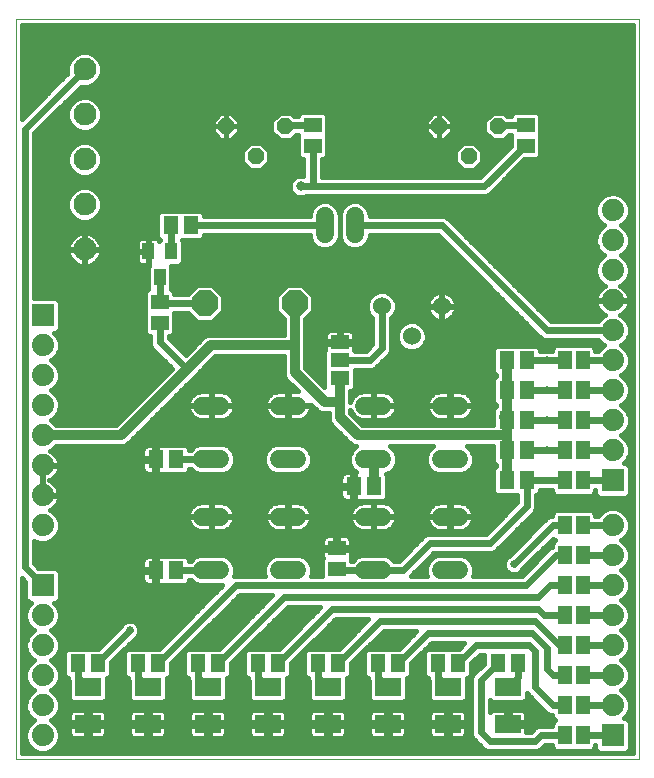
<source format=gtl>
G75*
%MOIN*%
%OFA0B0*%
%FSLAX25Y25*%
%IPPOS*%
%LPD*%
%AMOC8*
5,1,8,0,0,1.08239X$1,22.5*
%
%ADD10C,0.00000*%
%ADD11R,0.08661X0.05906*%
%ADD12R,0.05118X0.05906*%
%ADD13C,0.06000*%
%ADD14R,0.05906X0.05118*%
%ADD15OC8,0.08500*%
%ADD16C,0.06000*%
%ADD17R,0.06300X0.04600*%
%ADD18R,0.03937X0.05512*%
%ADD19OC8,0.05200*%
%ADD20R,0.07400X0.07400*%
%ADD21C,0.07400*%
%ADD22C,0.07600*%
%ADD23R,0.04600X0.06300*%
%ADD24C,0.03200*%
%ADD25C,0.02400*%
%ADD26C,0.03169*%
%ADD27C,0.01600*%
%ADD28C,0.02578*%
D10*
X0077633Y0074700D02*
X0077633Y0321661D01*
X0285334Y0321661D01*
X0285334Y0074700D01*
X0077633Y0074700D01*
D11*
X0101633Y0086598D03*
X0101633Y0098802D03*
X0121633Y0098802D03*
X0121633Y0086598D03*
X0141633Y0086598D03*
X0141633Y0098802D03*
X0161633Y0098802D03*
X0161633Y0086598D03*
X0181633Y0086598D03*
X0181633Y0098802D03*
X0201633Y0098802D03*
X0201633Y0086598D03*
X0221633Y0086598D03*
X0221633Y0098802D03*
X0241633Y0098802D03*
X0241633Y0086598D03*
D12*
X0238287Y0106700D03*
X0244980Y0106700D03*
X0224980Y0106700D03*
X0218287Y0106700D03*
X0204980Y0106700D03*
X0198287Y0106700D03*
X0184980Y0106700D03*
X0178287Y0106700D03*
X0164980Y0106700D03*
X0158287Y0106700D03*
X0144980Y0106700D03*
X0138287Y0106700D03*
X0124980Y0106700D03*
X0118287Y0106700D03*
X0104980Y0106700D03*
X0098287Y0106700D03*
X0124287Y0137700D03*
X0130980Y0137700D03*
X0130980Y0174700D03*
X0124287Y0174700D03*
X0190287Y0165700D03*
X0196980Y0165700D03*
X0241287Y0167700D03*
X0247980Y0167700D03*
X0247980Y0177700D03*
X0241287Y0177700D03*
X0241287Y0187700D03*
X0247980Y0187700D03*
X0247980Y0197700D03*
X0241287Y0197700D03*
X0241287Y0207700D03*
X0247980Y0207700D03*
X0135980Y0252700D03*
X0129287Y0252700D03*
D13*
X0180633Y0255700D02*
X0180633Y0249700D01*
X0190633Y0249700D02*
X0190633Y0255700D01*
X0193833Y0192600D02*
X0199833Y0192600D01*
X0199833Y0174800D02*
X0193833Y0174800D01*
X0193833Y0155600D02*
X0199833Y0155600D01*
X0199833Y0137800D02*
X0193833Y0137800D01*
X0171433Y0137800D02*
X0165433Y0137800D01*
X0165433Y0155600D02*
X0171433Y0155600D01*
X0171433Y0174800D02*
X0165433Y0174800D01*
X0165433Y0192600D02*
X0171433Y0192600D01*
X0145833Y0192600D02*
X0139833Y0192600D01*
X0139833Y0174800D02*
X0145833Y0174800D01*
X0145833Y0155600D02*
X0139833Y0155600D01*
X0139833Y0137800D02*
X0145833Y0137800D01*
X0219433Y0137800D02*
X0225433Y0137800D01*
X0225433Y0155600D02*
X0219433Y0155600D01*
X0219433Y0174800D02*
X0225433Y0174800D01*
X0225433Y0192600D02*
X0219433Y0192600D01*
D14*
X0184633Y0145046D03*
X0184633Y0138354D03*
X0125633Y0220354D03*
X0125633Y0227046D03*
X0176633Y0279354D03*
X0176633Y0286046D03*
X0247633Y0286046D03*
X0247633Y0279354D03*
D15*
X0170633Y0226700D03*
X0140633Y0226700D03*
D16*
X0199633Y0225700D03*
X0209633Y0215700D03*
X0219633Y0225700D03*
D17*
X0185633Y0213700D03*
X0185633Y0207700D03*
X0185633Y0201700D03*
D18*
X0129373Y0244031D03*
X0121893Y0244031D03*
X0125633Y0235369D03*
D19*
X0157633Y0275700D03*
X0147733Y0285700D03*
X0167533Y0285700D03*
X0218733Y0285700D03*
X0228633Y0275700D03*
X0238533Y0285700D03*
D20*
X0276633Y0167700D03*
X0276633Y0082700D03*
X0086633Y0132700D03*
X0086633Y0222700D03*
D21*
X0086633Y0212700D03*
X0086633Y0202700D03*
X0086633Y0192700D03*
X0086633Y0182700D03*
X0086633Y0172700D03*
X0086633Y0162700D03*
X0086633Y0152700D03*
X0086633Y0122700D03*
X0086633Y0112700D03*
X0086633Y0102700D03*
X0086633Y0092700D03*
X0086633Y0082700D03*
X0276633Y0092700D03*
X0276633Y0102700D03*
X0276633Y0112700D03*
X0276633Y0122700D03*
X0276633Y0132700D03*
X0276633Y0142700D03*
X0276633Y0152700D03*
X0276633Y0177700D03*
X0276633Y0187700D03*
X0276633Y0197700D03*
X0276633Y0207700D03*
X0276633Y0217700D03*
X0276633Y0227700D03*
X0276633Y0237700D03*
X0276633Y0247700D03*
X0276633Y0257700D03*
D22*
X0100633Y0259700D03*
X0100633Y0274700D03*
X0100633Y0289700D03*
X0100633Y0304700D03*
X0100633Y0244700D03*
D23*
X0260633Y0207700D03*
X0266633Y0207700D03*
X0266633Y0197700D03*
X0260633Y0197700D03*
X0260633Y0187700D03*
X0266633Y0187700D03*
X0266633Y0177700D03*
X0260633Y0177700D03*
X0260633Y0167700D03*
X0266633Y0167700D03*
X0266633Y0152700D03*
X0260633Y0152700D03*
X0260633Y0142700D03*
X0266633Y0142700D03*
X0266633Y0132700D03*
X0260633Y0132700D03*
X0260633Y0122700D03*
X0266633Y0122700D03*
X0266633Y0112700D03*
X0260633Y0112700D03*
X0260633Y0102700D03*
X0266633Y0102700D03*
X0266633Y0092700D03*
X0260633Y0092700D03*
X0260633Y0082700D03*
X0266633Y0082700D03*
D24*
X0241287Y0167700D02*
X0241287Y0177700D01*
X0241287Y0183700D01*
X0240287Y0182700D01*
X0191633Y0182700D01*
X0185633Y0188700D01*
X0185633Y0192700D01*
X0184633Y0193700D01*
X0180633Y0193700D01*
X0170633Y0203700D01*
X0170633Y0212700D01*
X0154633Y0212700D01*
X0149633Y0212700D01*
X0142633Y0212700D01*
X0134633Y0204700D01*
X0112633Y0182700D01*
X0086633Y0182700D01*
X0170633Y0212700D02*
X0170633Y0226700D01*
X0185633Y0201700D02*
X0185633Y0192700D01*
X0196833Y0174800D02*
X0196980Y0174654D01*
X0196980Y0165700D01*
X0241287Y0183700D02*
X0241287Y0187700D01*
X0241287Y0197700D01*
X0241287Y0207700D01*
X0240287Y0188700D02*
X0241287Y0187700D01*
D25*
X0247980Y0187700D02*
X0254633Y0187700D01*
X0260633Y0187700D01*
X0266633Y0187700D02*
X0276633Y0187700D01*
X0276633Y0197700D02*
X0266633Y0197700D01*
X0260633Y0197700D02*
X0254633Y0197700D01*
X0247980Y0197700D01*
X0247980Y0207700D02*
X0254633Y0207700D01*
X0260633Y0207700D01*
X0266633Y0207700D02*
X0276633Y0207700D01*
X0276633Y0217700D02*
X0254633Y0217700D01*
X0219633Y0252700D01*
X0190633Y0252700D01*
X0180633Y0252700D02*
X0135980Y0252700D01*
X0129373Y0252613D02*
X0129287Y0252700D01*
X0129373Y0252613D02*
X0129373Y0244031D01*
X0125633Y0235369D02*
X0125633Y0227046D01*
X0125980Y0226700D01*
X0140633Y0226700D01*
X0125633Y0220354D02*
X0125633Y0213700D01*
X0134633Y0204700D01*
X0131080Y0174800D02*
X0130980Y0174700D01*
X0131080Y0174800D02*
X0142833Y0174800D01*
X0142833Y0137800D02*
X0131080Y0137800D01*
X0130980Y0137700D01*
X0115633Y0117700D02*
X0104980Y0107046D01*
X0098287Y0106700D02*
X0098287Y0102149D01*
X0101633Y0098802D01*
X0118287Y0102149D02*
X0121633Y0098802D01*
X0118287Y0102149D02*
X0118287Y0106700D01*
X0124980Y0106700D02*
X0150980Y0132700D01*
X0247633Y0132700D01*
X0257633Y0142700D01*
X0260633Y0142700D01*
X0266633Y0142700D02*
X0276633Y0142700D01*
X0276633Y0132700D02*
X0266633Y0132700D01*
X0260633Y0132700D02*
X0255633Y0132700D01*
X0251633Y0128700D01*
X0166980Y0128700D01*
X0144980Y0106700D01*
X0138287Y0106700D02*
X0138287Y0102149D01*
X0141633Y0098802D01*
X0158287Y0102149D02*
X0161633Y0098802D01*
X0158287Y0102149D02*
X0158287Y0106700D01*
X0164980Y0106700D02*
X0182980Y0124700D01*
X0251633Y0124700D01*
X0253633Y0122700D01*
X0260633Y0122700D01*
X0266633Y0122700D02*
X0276633Y0122700D01*
X0276633Y0112700D02*
X0266633Y0112700D01*
X0260633Y0112700D02*
X0258633Y0112700D01*
X0250633Y0120700D01*
X0198980Y0120700D01*
X0184980Y0106700D01*
X0178287Y0106700D02*
X0178287Y0102149D01*
X0181633Y0098802D01*
X0198287Y0102149D02*
X0201633Y0098802D01*
X0198287Y0102149D02*
X0198287Y0106700D01*
X0204980Y0106700D02*
X0214980Y0116700D01*
X0249633Y0116700D01*
X0254633Y0111700D01*
X0254633Y0104700D01*
X0256633Y0102700D01*
X0260633Y0102700D01*
X0266633Y0102700D02*
X0276633Y0102700D01*
X0276633Y0092700D02*
X0266633Y0092700D01*
X0260633Y0092700D02*
X0256633Y0092700D01*
X0250633Y0098700D01*
X0250633Y0110700D01*
X0248633Y0112700D01*
X0230980Y0112700D01*
X0224980Y0106700D01*
X0218287Y0102149D02*
X0221633Y0098802D01*
X0218287Y0102149D02*
X0218287Y0106700D01*
X0232633Y0101046D02*
X0232633Y0083700D01*
X0235633Y0080700D01*
X0250633Y0080700D01*
X0252633Y0082700D01*
X0260633Y0082700D01*
X0266633Y0082700D02*
X0276633Y0082700D01*
X0244980Y0102149D02*
X0241633Y0098802D01*
X0244980Y0102149D02*
X0244980Y0106700D01*
X0238287Y0106700D02*
X0232633Y0101046D01*
X0206733Y0137800D02*
X0215633Y0146700D01*
X0235633Y0146700D01*
X0247980Y0159046D01*
X0247980Y0167700D01*
X0260633Y0167700D01*
X0266633Y0167700D02*
X0276633Y0167700D01*
X0276633Y0177700D02*
X0266633Y0177700D01*
X0260633Y0177700D02*
X0254633Y0177700D01*
X0247980Y0177700D01*
X0256633Y0152700D02*
X0243633Y0139700D01*
X0256633Y0152700D02*
X0260633Y0152700D01*
X0266633Y0152700D02*
X0276633Y0152700D01*
X0206733Y0137800D02*
X0196833Y0137800D01*
X0185187Y0137800D01*
X0184633Y0138354D01*
X0185633Y0207700D02*
X0195633Y0207700D01*
X0199633Y0211700D01*
X0199633Y0225700D01*
X0176633Y0265700D02*
X0172633Y0265700D01*
X0176633Y0265700D02*
X0176633Y0279354D01*
X0176633Y0286046D02*
X0167880Y0286046D01*
X0167533Y0285700D01*
X0176633Y0265700D02*
X0233633Y0265700D01*
X0247287Y0279354D01*
X0247633Y0279354D01*
X0247633Y0286046D02*
X0238880Y0286046D01*
X0238533Y0285700D01*
X0100633Y0304700D02*
X0080633Y0284700D01*
X0080633Y0138700D01*
X0086633Y0132700D01*
D26*
X0149633Y0212700D03*
X0172633Y0265700D03*
D27*
X0169984Y0268120D02*
X0083833Y0268120D01*
X0083833Y0269718D02*
X0097504Y0269718D01*
X0097348Y0269783D02*
X0099480Y0268900D01*
X0101787Y0268900D01*
X0103919Y0269783D01*
X0105550Y0271415D01*
X0106433Y0273546D01*
X0106433Y0275854D01*
X0105550Y0277985D01*
X0103919Y0279617D01*
X0101787Y0280500D01*
X0099480Y0280500D01*
X0097348Y0279617D01*
X0095716Y0277985D01*
X0094833Y0275854D01*
X0094833Y0273546D01*
X0095716Y0271415D01*
X0097348Y0269783D01*
X0095814Y0271317D02*
X0083833Y0271317D01*
X0083833Y0272915D02*
X0095095Y0272915D01*
X0094833Y0274514D02*
X0083833Y0274514D01*
X0083833Y0276112D02*
X0094941Y0276112D01*
X0095603Y0277711D02*
X0083833Y0277711D01*
X0083833Y0279309D02*
X0097040Y0279309D01*
X0098985Y0284105D02*
X0084564Y0284105D01*
X0083833Y0283375D02*
X0099394Y0298935D01*
X0099480Y0298900D01*
X0101787Y0298900D01*
X0103919Y0299783D01*
X0105550Y0301415D01*
X0106433Y0303546D01*
X0106433Y0305854D01*
X0105550Y0307985D01*
X0103919Y0309617D01*
X0101787Y0310500D01*
X0099480Y0310500D01*
X0097348Y0309617D01*
X0095716Y0307985D01*
X0094833Y0305854D01*
X0094833Y0303546D01*
X0094869Y0303461D01*
X0079633Y0288225D01*
X0079633Y0319661D01*
X0283334Y0319661D01*
X0283334Y0076700D01*
X0079633Y0076700D01*
X0079633Y0135175D01*
X0080933Y0133875D01*
X0080933Y0128172D01*
X0082105Y0127000D01*
X0082872Y0127000D01*
X0081801Y0125929D01*
X0080933Y0123834D01*
X0080933Y0121566D01*
X0081801Y0119471D01*
X0083405Y0117868D01*
X0083810Y0117700D01*
X0083405Y0117532D01*
X0081801Y0115929D01*
X0080933Y0113834D01*
X0080933Y0111566D01*
X0081801Y0109471D01*
X0083405Y0107868D01*
X0083810Y0107700D01*
X0083405Y0107532D01*
X0081801Y0105929D01*
X0080933Y0103834D01*
X0080933Y0101566D01*
X0081801Y0099471D01*
X0083405Y0097868D01*
X0083810Y0097700D01*
X0083405Y0097532D01*
X0081801Y0095929D01*
X0080933Y0093834D01*
X0080933Y0091566D01*
X0081801Y0089471D01*
X0083405Y0087868D01*
X0083810Y0087700D01*
X0083405Y0087532D01*
X0081801Y0085929D01*
X0080933Y0083834D01*
X0080933Y0081566D01*
X0081801Y0079471D01*
X0083405Y0077868D01*
X0085500Y0077000D01*
X0087767Y0077000D01*
X0089862Y0077868D01*
X0091466Y0079471D01*
X0092333Y0081566D01*
X0092333Y0083834D01*
X0091466Y0085929D01*
X0089862Y0087532D01*
X0089457Y0087700D01*
X0089862Y0087868D01*
X0091466Y0089471D01*
X0092333Y0091566D01*
X0092333Y0093834D01*
X0091466Y0095929D01*
X0089862Y0097532D01*
X0089457Y0097700D01*
X0089862Y0097868D01*
X0091466Y0099471D01*
X0092333Y0101566D01*
X0092333Y0103834D01*
X0091466Y0105929D01*
X0089862Y0107532D01*
X0089457Y0107700D01*
X0089862Y0107868D01*
X0091466Y0109471D01*
X0092333Y0111566D01*
X0092333Y0113834D01*
X0091466Y0115929D01*
X0089862Y0117532D01*
X0089457Y0117700D01*
X0089862Y0117868D01*
X0091466Y0119471D01*
X0092333Y0121566D01*
X0092333Y0123834D01*
X0091466Y0125929D01*
X0090394Y0127000D01*
X0091162Y0127000D01*
X0092333Y0128172D01*
X0092333Y0137228D01*
X0091162Y0138400D01*
X0085459Y0138400D01*
X0083833Y0140025D01*
X0083833Y0147690D01*
X0085500Y0147000D01*
X0087767Y0147000D01*
X0089862Y0147868D01*
X0091466Y0149471D01*
X0092333Y0151566D01*
X0092333Y0153834D01*
X0091466Y0155929D01*
X0089862Y0157532D01*
X0089169Y0157819D01*
X0089516Y0157996D01*
X0090216Y0158505D01*
X0090828Y0159117D01*
X0091337Y0159817D01*
X0091730Y0160589D01*
X0091998Y0161412D01*
X0092133Y0162267D01*
X0092133Y0162500D01*
X0086833Y0162500D01*
X0086833Y0162900D01*
X0086433Y0162900D01*
X0086433Y0168200D01*
X0086433Y0172500D01*
X0086833Y0172500D01*
X0086833Y0162900D01*
X0092133Y0162900D01*
X0092133Y0163133D01*
X0091998Y0163988D01*
X0091730Y0164811D01*
X0091337Y0165583D01*
X0090828Y0166283D01*
X0090216Y0166895D01*
X0089516Y0167404D01*
X0088935Y0167700D01*
X0089516Y0167996D01*
X0090216Y0168505D01*
X0090828Y0169117D01*
X0091337Y0169817D01*
X0091730Y0170589D01*
X0091998Y0171412D01*
X0092133Y0172267D01*
X0092133Y0172500D01*
X0086833Y0172500D01*
X0086833Y0172900D01*
X0092133Y0172900D01*
X0092133Y0173133D01*
X0091998Y0173988D01*
X0091730Y0174811D01*
X0091337Y0175583D01*
X0090828Y0176283D01*
X0090216Y0176895D01*
X0089516Y0177404D01*
X0089169Y0177581D01*
X0089862Y0177868D01*
X0091094Y0179100D01*
X0113349Y0179100D01*
X0114673Y0179648D01*
X0136673Y0201648D01*
X0144124Y0209100D01*
X0167033Y0209100D01*
X0167033Y0202984D01*
X0167581Y0201661D01*
X0171848Y0197394D01*
X0171811Y0197400D01*
X0168633Y0197400D01*
X0168633Y0192800D01*
X0168233Y0192800D01*
X0168233Y0192400D01*
X0160633Y0192400D01*
X0160633Y0192222D01*
X0160752Y0191476D01*
X0160985Y0190757D01*
X0161328Y0190084D01*
X0161772Y0189473D01*
X0162306Y0188939D01*
X0162918Y0188495D01*
X0163591Y0188152D01*
X0164309Y0187918D01*
X0165056Y0187800D01*
X0168233Y0187800D01*
X0168233Y0192400D01*
X0168633Y0192400D01*
X0168633Y0187800D01*
X0171811Y0187800D01*
X0172557Y0187918D01*
X0173276Y0188152D01*
X0173949Y0188495D01*
X0174560Y0188939D01*
X0175095Y0189473D01*
X0175539Y0190084D01*
X0175882Y0190757D01*
X0176115Y0191476D01*
X0176233Y0192222D01*
X0176233Y0192400D01*
X0168633Y0192400D01*
X0168633Y0192800D01*
X0176233Y0192800D01*
X0176233Y0192978D01*
X0176227Y0193015D01*
X0177581Y0191661D01*
X0178594Y0190648D01*
X0179917Y0190100D01*
X0182033Y0190100D01*
X0182033Y0187984D01*
X0182581Y0186661D01*
X0188581Y0180661D01*
X0189594Y0179648D01*
X0190917Y0179100D01*
X0191149Y0179100D01*
X0191001Y0179039D01*
X0189595Y0177632D01*
X0188833Y0175795D01*
X0188833Y0173805D01*
X0189595Y0171968D01*
X0191001Y0170561D01*
X0191263Y0170453D01*
X0190766Y0170453D01*
X0190766Y0166180D01*
X0189807Y0166180D01*
X0189807Y0170453D01*
X0187491Y0170453D01*
X0187033Y0170330D01*
X0186623Y0170093D01*
X0186287Y0169758D01*
X0186050Y0169348D01*
X0185928Y0168890D01*
X0185928Y0166180D01*
X0189807Y0166180D01*
X0189807Y0165220D01*
X0190766Y0165220D01*
X0190766Y0160947D01*
X0193083Y0160947D01*
X0193327Y0161013D01*
X0193592Y0160747D01*
X0200367Y0160747D01*
X0201539Y0161919D01*
X0201539Y0169481D01*
X0201105Y0169915D01*
X0202666Y0170561D01*
X0204072Y0171968D01*
X0204833Y0173805D01*
X0204833Y0175795D01*
X0204072Y0177632D01*
X0202666Y0179039D01*
X0202518Y0179100D01*
X0216749Y0179100D01*
X0216601Y0179039D01*
X0215195Y0177632D01*
X0214433Y0175795D01*
X0214433Y0173805D01*
X0215195Y0171968D01*
X0216601Y0170561D01*
X0218439Y0169800D01*
X0226428Y0169800D01*
X0228266Y0170561D01*
X0229672Y0171968D01*
X0230433Y0173805D01*
X0230433Y0175795D01*
X0229672Y0177632D01*
X0228266Y0179039D01*
X0228118Y0179100D01*
X0236728Y0179100D01*
X0236728Y0173919D01*
X0237687Y0172960D01*
X0237687Y0172440D01*
X0236728Y0171481D01*
X0236728Y0163919D01*
X0237899Y0162747D01*
X0244780Y0162747D01*
X0244780Y0160372D01*
X0234308Y0149900D01*
X0214997Y0149900D01*
X0213821Y0149413D01*
X0212920Y0148513D01*
X0205408Y0141000D01*
X0203704Y0141000D01*
X0202666Y0142039D01*
X0200828Y0142800D01*
X0192839Y0142800D01*
X0191001Y0142039D01*
X0189962Y0141000D01*
X0189586Y0141000D01*
X0189586Y0141741D01*
X0189321Y0142006D01*
X0189386Y0142250D01*
X0189386Y0144567D01*
X0185113Y0144567D01*
X0185113Y0145526D01*
X0189386Y0145526D01*
X0189386Y0147842D01*
X0189263Y0148300D01*
X0189026Y0148711D01*
X0188691Y0149046D01*
X0188281Y0149283D01*
X0187823Y0149405D01*
X0185113Y0149405D01*
X0185113Y0145526D01*
X0184154Y0145526D01*
X0184154Y0149405D01*
X0181444Y0149405D01*
X0180986Y0149283D01*
X0180575Y0149046D01*
X0180240Y0148711D01*
X0180003Y0148300D01*
X0179881Y0147842D01*
X0179881Y0145526D01*
X0184154Y0145526D01*
X0184154Y0144567D01*
X0179881Y0144567D01*
X0179881Y0142250D01*
X0179946Y0142006D01*
X0179681Y0141741D01*
X0179681Y0135900D01*
X0176058Y0135900D01*
X0176433Y0136805D01*
X0176433Y0138795D01*
X0175672Y0140632D01*
X0174266Y0142039D01*
X0172428Y0142800D01*
X0164439Y0142800D01*
X0162601Y0142039D01*
X0161195Y0140632D01*
X0160433Y0138795D01*
X0160433Y0136805D01*
X0160808Y0135900D01*
X0150458Y0135900D01*
X0150833Y0136805D01*
X0150833Y0138795D01*
X0150072Y0140632D01*
X0148666Y0142039D01*
X0146828Y0142800D01*
X0138839Y0142800D01*
X0137001Y0142039D01*
X0135962Y0141000D01*
X0135539Y0141000D01*
X0135539Y0141481D01*
X0134367Y0142653D01*
X0127592Y0142653D01*
X0127327Y0142387D01*
X0127083Y0142453D01*
X0124766Y0142453D01*
X0124766Y0138180D01*
X0123807Y0138180D01*
X0123807Y0142453D01*
X0121491Y0142453D01*
X0121033Y0142330D01*
X0120623Y0142093D01*
X0120287Y0141758D01*
X0120050Y0141348D01*
X0119928Y0140890D01*
X0119928Y0138180D01*
X0123807Y0138180D01*
X0123807Y0137220D01*
X0124766Y0137220D01*
X0124766Y0132947D01*
X0127083Y0132947D01*
X0127327Y0133013D01*
X0127592Y0132747D01*
X0134367Y0132747D01*
X0135539Y0133919D01*
X0135539Y0134600D01*
X0135962Y0134600D01*
X0137001Y0133561D01*
X0138839Y0132800D01*
X0146554Y0132800D01*
X0125407Y0111653D01*
X0114899Y0111653D01*
X0113728Y0110481D01*
X0113728Y0102919D01*
X0114899Y0101747D01*
X0115087Y0101747D01*
X0115087Y0101512D01*
X0115303Y0100991D01*
X0115303Y0095021D01*
X0116474Y0093850D01*
X0126792Y0093850D01*
X0127964Y0095021D01*
X0127964Y0101747D01*
X0128367Y0101747D01*
X0129539Y0102919D01*
X0129539Y0106734D01*
X0152305Y0129500D01*
X0163254Y0129500D01*
X0145407Y0111653D01*
X0134899Y0111653D01*
X0133728Y0110481D01*
X0133728Y0102919D01*
X0134899Y0101747D01*
X0135087Y0101747D01*
X0135087Y0101512D01*
X0135303Y0100991D01*
X0135303Y0095021D01*
X0136474Y0093850D01*
X0146792Y0093850D01*
X0147964Y0095021D01*
X0147964Y0101747D01*
X0148367Y0101747D01*
X0149539Y0102919D01*
X0149539Y0106734D01*
X0168305Y0125500D01*
X0179254Y0125500D01*
X0165407Y0111653D01*
X0154899Y0111653D01*
X0153728Y0110481D01*
X0153728Y0102919D01*
X0154899Y0101747D01*
X0155087Y0101747D01*
X0155087Y0101512D01*
X0155303Y0100991D01*
X0155303Y0095021D01*
X0156474Y0093850D01*
X0166792Y0093850D01*
X0167964Y0095021D01*
X0167964Y0101747D01*
X0168367Y0101747D01*
X0169539Y0102919D01*
X0169539Y0106734D01*
X0184305Y0121500D01*
X0195254Y0121500D01*
X0185407Y0111653D01*
X0174899Y0111653D01*
X0173728Y0110481D01*
X0173728Y0102919D01*
X0174899Y0101747D01*
X0175087Y0101747D01*
X0175087Y0101512D01*
X0175303Y0100991D01*
X0175303Y0095021D01*
X0176474Y0093850D01*
X0186792Y0093850D01*
X0187964Y0095021D01*
X0187964Y0101747D01*
X0188367Y0101747D01*
X0189539Y0102919D01*
X0189539Y0106734D01*
X0200305Y0117500D01*
X0211254Y0117500D01*
X0205407Y0111653D01*
X0194899Y0111653D01*
X0193728Y0110481D01*
X0193728Y0102919D01*
X0194899Y0101747D01*
X0195087Y0101747D01*
X0195087Y0101512D01*
X0195303Y0100991D01*
X0195303Y0095021D01*
X0196474Y0093850D01*
X0206792Y0093850D01*
X0207964Y0095021D01*
X0207964Y0101747D01*
X0208367Y0101747D01*
X0209539Y0102919D01*
X0209539Y0106734D01*
X0216305Y0113500D01*
X0227254Y0113500D01*
X0225407Y0111653D01*
X0214899Y0111653D01*
X0213728Y0110481D01*
X0213728Y0102919D01*
X0214899Y0101747D01*
X0215087Y0101747D01*
X0215087Y0101512D01*
X0215303Y0100991D01*
X0215303Y0095021D01*
X0216474Y0093850D01*
X0226792Y0093850D01*
X0227964Y0095021D01*
X0227964Y0101747D01*
X0228367Y0101747D01*
X0229539Y0102919D01*
X0229539Y0106734D01*
X0232305Y0109500D01*
X0233728Y0109500D01*
X0233728Y0106666D01*
X0230821Y0103759D01*
X0229920Y0102859D01*
X0229433Y0101683D01*
X0229433Y0083063D01*
X0229920Y0081887D01*
X0232920Y0078887D01*
X0233821Y0077987D01*
X0234997Y0077500D01*
X0251270Y0077500D01*
X0252446Y0077987D01*
X0253959Y0079500D01*
X0256333Y0079500D01*
X0256333Y0078722D01*
X0257505Y0077550D01*
X0269762Y0077550D01*
X0270933Y0078722D01*
X0270933Y0079500D01*
X0270933Y0079500D01*
X0270933Y0078172D01*
X0272105Y0077000D01*
X0281162Y0077000D01*
X0282333Y0078172D01*
X0282333Y0087228D01*
X0281162Y0088400D01*
X0280394Y0088400D01*
X0281466Y0089471D01*
X0282333Y0091566D01*
X0282333Y0093834D01*
X0281466Y0095929D01*
X0279862Y0097532D01*
X0279457Y0097700D01*
X0279862Y0097868D01*
X0281466Y0099471D01*
X0282333Y0101566D01*
X0282333Y0103834D01*
X0281466Y0105929D01*
X0279862Y0107532D01*
X0279457Y0107700D01*
X0279862Y0107868D01*
X0281466Y0109471D01*
X0282333Y0111566D01*
X0282333Y0113834D01*
X0281466Y0115929D01*
X0279862Y0117532D01*
X0279457Y0117700D01*
X0279862Y0117868D01*
X0281466Y0119471D01*
X0282333Y0121566D01*
X0282333Y0123834D01*
X0281466Y0125929D01*
X0279862Y0127532D01*
X0279457Y0127700D01*
X0279862Y0127868D01*
X0281466Y0129471D01*
X0282333Y0131566D01*
X0282333Y0133834D01*
X0281466Y0135929D01*
X0279862Y0137532D01*
X0279457Y0137700D01*
X0279862Y0137868D01*
X0281466Y0139471D01*
X0282333Y0141566D01*
X0282333Y0143834D01*
X0281466Y0145929D01*
X0279862Y0147532D01*
X0279457Y0147700D01*
X0279862Y0147868D01*
X0281466Y0149471D01*
X0282333Y0151566D01*
X0282333Y0153834D01*
X0281466Y0155929D01*
X0279862Y0157532D01*
X0277767Y0158400D01*
X0275500Y0158400D01*
X0273405Y0157532D01*
X0271801Y0155929D01*
X0271789Y0155900D01*
X0270933Y0155900D01*
X0270933Y0156678D01*
X0269762Y0157850D01*
X0257505Y0157850D01*
X0256333Y0156678D01*
X0256333Y0155900D01*
X0255997Y0155900D01*
X0254821Y0155413D01*
X0241985Y0142577D01*
X0241770Y0142488D01*
X0240845Y0141563D01*
X0240344Y0140354D01*
X0240344Y0139046D01*
X0240845Y0137837D01*
X0241770Y0136912D01*
X0242979Y0136411D01*
X0244288Y0136411D01*
X0245496Y0136912D01*
X0246422Y0137837D01*
X0246511Y0138052D01*
X0256757Y0148298D01*
X0257355Y0147700D01*
X0256333Y0146678D01*
X0256333Y0145625D01*
X0255821Y0145413D01*
X0246308Y0135900D01*
X0230058Y0135900D01*
X0230433Y0136805D01*
X0230433Y0138795D01*
X0229672Y0140632D01*
X0228266Y0142039D01*
X0226428Y0142800D01*
X0218439Y0142800D01*
X0216601Y0142039D01*
X0215195Y0140632D01*
X0214433Y0138795D01*
X0214433Y0136805D01*
X0214808Y0135900D01*
X0209359Y0135900D01*
X0216959Y0143500D01*
X0236270Y0143500D01*
X0237446Y0143987D01*
X0249792Y0156334D01*
X0250693Y0157234D01*
X0251180Y0158410D01*
X0251180Y0162747D01*
X0251367Y0162747D01*
X0252539Y0163919D01*
X0252539Y0164500D01*
X0256333Y0164500D01*
X0256333Y0163722D01*
X0257505Y0162550D01*
X0269762Y0162550D01*
X0270933Y0163722D01*
X0270933Y0164500D01*
X0270933Y0164500D01*
X0270933Y0163172D01*
X0272105Y0162000D01*
X0281162Y0162000D01*
X0282333Y0163172D01*
X0282333Y0172228D01*
X0281162Y0173400D01*
X0280394Y0173400D01*
X0281466Y0174471D01*
X0282333Y0176566D01*
X0282333Y0178834D01*
X0281466Y0180929D01*
X0279862Y0182532D01*
X0279457Y0182700D01*
X0279862Y0182868D01*
X0281466Y0184471D01*
X0282333Y0186566D01*
X0282333Y0188834D01*
X0281466Y0190929D01*
X0279862Y0192532D01*
X0279457Y0192700D01*
X0279862Y0192868D01*
X0281466Y0194471D01*
X0282333Y0196566D01*
X0282333Y0198834D01*
X0281466Y0200929D01*
X0279862Y0202532D01*
X0279457Y0202700D01*
X0279862Y0202868D01*
X0281466Y0204471D01*
X0282333Y0206566D01*
X0282333Y0208834D01*
X0281466Y0210929D01*
X0279862Y0212532D01*
X0279457Y0212700D01*
X0279862Y0212868D01*
X0281466Y0214471D01*
X0282333Y0216566D01*
X0282333Y0218834D01*
X0281466Y0220929D01*
X0279862Y0222532D01*
X0279169Y0222819D01*
X0279516Y0222996D01*
X0280216Y0223505D01*
X0280828Y0224117D01*
X0281337Y0224817D01*
X0281730Y0225589D01*
X0281998Y0226412D01*
X0282133Y0227267D01*
X0282133Y0227500D01*
X0276833Y0227500D01*
X0276833Y0227900D01*
X0282133Y0227900D01*
X0282133Y0228133D01*
X0281998Y0228988D01*
X0281730Y0229811D01*
X0281337Y0230583D01*
X0280828Y0231283D01*
X0280216Y0231895D01*
X0279516Y0232404D01*
X0279169Y0232581D01*
X0279862Y0232868D01*
X0281466Y0234471D01*
X0282333Y0236566D01*
X0282333Y0238834D01*
X0281466Y0240929D01*
X0279862Y0242532D01*
X0279457Y0242700D01*
X0279862Y0242868D01*
X0281466Y0244471D01*
X0282333Y0246566D01*
X0282333Y0248834D01*
X0281466Y0250929D01*
X0279862Y0252532D01*
X0279457Y0252700D01*
X0279862Y0252868D01*
X0281466Y0254471D01*
X0282333Y0256566D01*
X0282333Y0258834D01*
X0281466Y0260929D01*
X0279862Y0262532D01*
X0277767Y0263400D01*
X0275500Y0263400D01*
X0273405Y0262532D01*
X0271801Y0260929D01*
X0270933Y0258834D01*
X0270933Y0256566D01*
X0271801Y0254471D01*
X0273405Y0252868D01*
X0273810Y0252700D01*
X0273405Y0252532D01*
X0271801Y0250929D01*
X0270933Y0248834D01*
X0270933Y0246566D01*
X0271801Y0244471D01*
X0273405Y0242868D01*
X0273810Y0242700D01*
X0273405Y0242532D01*
X0271801Y0240929D01*
X0270933Y0238834D01*
X0270933Y0236566D01*
X0271801Y0234471D01*
X0273405Y0232868D01*
X0274098Y0232581D01*
X0273751Y0232404D01*
X0273050Y0231895D01*
X0272438Y0231283D01*
X0271929Y0230583D01*
X0271536Y0229811D01*
X0271269Y0228988D01*
X0271133Y0228133D01*
X0271133Y0227900D01*
X0276433Y0227900D01*
X0276433Y0227500D01*
X0271133Y0227500D01*
X0271133Y0227267D01*
X0271269Y0226412D01*
X0271536Y0225589D01*
X0271929Y0224817D01*
X0272438Y0224117D01*
X0273050Y0223505D01*
X0273751Y0222996D01*
X0274098Y0222819D01*
X0273405Y0222532D01*
X0271801Y0220929D01*
X0271789Y0220900D01*
X0255959Y0220900D01*
X0221446Y0255413D01*
X0220270Y0255900D01*
X0195633Y0255900D01*
X0195633Y0256695D01*
X0194872Y0258532D01*
X0193466Y0259939D01*
X0191628Y0260700D01*
X0189639Y0260700D01*
X0187801Y0259939D01*
X0186395Y0258532D01*
X0185633Y0256695D01*
X0184872Y0258532D01*
X0183466Y0259939D01*
X0181628Y0260700D01*
X0179639Y0260700D01*
X0177801Y0259939D01*
X0176395Y0258532D01*
X0175633Y0256695D01*
X0175633Y0255900D01*
X0140539Y0255900D01*
X0140539Y0256481D01*
X0139367Y0257653D01*
X0125899Y0257653D01*
X0124728Y0256481D01*
X0124728Y0248919D01*
X0125718Y0247928D01*
X0125441Y0247651D01*
X0125302Y0247892D01*
X0124967Y0248227D01*
X0124556Y0248464D01*
X0124099Y0248587D01*
X0122077Y0248587D01*
X0122077Y0244215D01*
X0121709Y0244215D01*
X0121709Y0248587D01*
X0119688Y0248587D01*
X0119230Y0248464D01*
X0118819Y0248227D01*
X0118484Y0247892D01*
X0118247Y0247481D01*
X0118125Y0247024D01*
X0118125Y0244215D01*
X0121709Y0244215D01*
X0121709Y0243846D01*
X0122077Y0243846D01*
X0122077Y0239475D01*
X0122186Y0239475D01*
X0121665Y0238954D01*
X0121665Y0231785D01*
X0121848Y0231602D01*
X0120681Y0230434D01*
X0120681Y0216966D01*
X0121852Y0215794D01*
X0122433Y0215794D01*
X0122433Y0213063D01*
X0122920Y0211887D01*
X0129825Y0204983D01*
X0111142Y0186300D01*
X0091094Y0186300D01*
X0089862Y0187532D01*
X0089457Y0187700D01*
X0089862Y0187868D01*
X0091466Y0189471D01*
X0092333Y0191566D01*
X0092333Y0193834D01*
X0091466Y0195929D01*
X0089862Y0197532D01*
X0089457Y0197700D01*
X0089862Y0197868D01*
X0091466Y0199471D01*
X0092333Y0201566D01*
X0092333Y0203834D01*
X0091466Y0205929D01*
X0089862Y0207532D01*
X0089457Y0207700D01*
X0089862Y0207868D01*
X0091466Y0209471D01*
X0092333Y0211566D01*
X0092333Y0213834D01*
X0091466Y0215929D01*
X0090394Y0217000D01*
X0091162Y0217000D01*
X0092333Y0218172D01*
X0092333Y0227228D01*
X0091162Y0228400D01*
X0083833Y0228400D01*
X0083833Y0283375D01*
X0083833Y0282506D02*
X0144704Y0282506D01*
X0145911Y0281300D02*
X0143333Y0283877D01*
X0143333Y0285700D01*
X0147733Y0285700D01*
X0147733Y0285700D01*
X0143333Y0285700D01*
X0143333Y0287523D01*
X0145911Y0290100D01*
X0147733Y0290100D01*
X0147733Y0285700D01*
X0147733Y0285700D01*
X0147733Y0281300D01*
X0145911Y0281300D01*
X0147733Y0281300D02*
X0149556Y0281300D01*
X0152133Y0283877D01*
X0152133Y0285700D01*
X0152133Y0287523D01*
X0149556Y0290100D01*
X0147733Y0290100D01*
X0147733Y0285700D01*
X0147733Y0285700D01*
X0147733Y0281300D01*
X0147733Y0282506D02*
X0147733Y0282506D01*
X0147733Y0284105D02*
X0147733Y0284105D01*
X0147733Y0285700D02*
X0147733Y0285700D01*
X0152133Y0285700D01*
X0147733Y0285700D01*
X0147733Y0285703D02*
X0147733Y0285703D01*
X0147733Y0287302D02*
X0147733Y0287302D01*
X0147733Y0288901D02*
X0147733Y0288901D01*
X0144711Y0288901D02*
X0106433Y0288901D01*
X0106433Y0288546D02*
X0105550Y0286415D01*
X0103919Y0284783D01*
X0101787Y0283900D01*
X0099480Y0283900D01*
X0097348Y0284783D01*
X0095716Y0286415D01*
X0094833Y0288546D01*
X0094833Y0290854D01*
X0095716Y0292985D01*
X0097348Y0294617D01*
X0099480Y0295500D01*
X0101787Y0295500D01*
X0103919Y0294617D01*
X0105550Y0292985D01*
X0106433Y0290854D01*
X0106433Y0288546D01*
X0105918Y0287302D02*
X0143333Y0287302D01*
X0143333Y0285703D02*
X0104839Y0285703D01*
X0102282Y0284105D02*
X0143333Y0284105D01*
X0150762Y0282506D02*
X0164221Y0282506D01*
X0162933Y0283795D02*
X0162933Y0287605D01*
X0165628Y0290300D01*
X0169439Y0290300D01*
X0170492Y0289246D01*
X0171681Y0289246D01*
X0171681Y0289434D01*
X0172852Y0290605D01*
X0180415Y0290605D01*
X0181586Y0289434D01*
X0181586Y0275966D01*
X0180415Y0274794D01*
X0179833Y0274794D01*
X0179833Y0268900D01*
X0232308Y0268900D01*
X0242681Y0279273D01*
X0242681Y0282846D01*
X0242185Y0282846D01*
X0240439Y0281100D01*
X0236628Y0281100D01*
X0233933Y0283795D01*
X0233933Y0287605D01*
X0236628Y0290300D01*
X0240439Y0290300D01*
X0241492Y0289246D01*
X0242681Y0289246D01*
X0242681Y0289434D01*
X0243852Y0290605D01*
X0251415Y0290605D01*
X0252586Y0289434D01*
X0252586Y0275966D01*
X0251415Y0274794D01*
X0247253Y0274794D01*
X0236346Y0263887D01*
X0235446Y0262987D01*
X0234270Y0262500D01*
X0174274Y0262500D01*
X0173346Y0262116D01*
X0171920Y0262116D01*
X0170603Y0262661D01*
X0169595Y0263670D01*
X0169049Y0264987D01*
X0169049Y0266413D01*
X0169595Y0267730D01*
X0170603Y0268739D01*
X0171920Y0269284D01*
X0173346Y0269284D01*
X0173433Y0269248D01*
X0173433Y0274794D01*
X0172852Y0274794D01*
X0171681Y0275966D01*
X0171681Y0282846D01*
X0171185Y0282846D01*
X0169439Y0281100D01*
X0165628Y0281100D01*
X0162933Y0283795D01*
X0162933Y0284105D02*
X0152133Y0284105D01*
X0152133Y0285703D02*
X0162933Y0285703D01*
X0162933Y0287302D02*
X0152133Y0287302D01*
X0150755Y0288901D02*
X0164228Y0288901D01*
X0170845Y0282506D02*
X0171681Y0282506D01*
X0171681Y0280908D02*
X0083833Y0280908D01*
X0086162Y0285703D02*
X0096427Y0285703D01*
X0095349Y0287302D02*
X0087761Y0287302D01*
X0089359Y0288901D02*
X0094833Y0288901D01*
X0094833Y0290499D02*
X0090958Y0290499D01*
X0092556Y0292098D02*
X0095349Y0292098D01*
X0096427Y0293696D02*
X0094155Y0293696D01*
X0095753Y0295295D02*
X0098984Y0295295D01*
X0097352Y0296893D02*
X0283334Y0296893D01*
X0283334Y0295295D02*
X0102283Y0295295D01*
X0104840Y0293696D02*
X0283334Y0293696D01*
X0283334Y0292098D02*
X0105918Y0292098D01*
X0106433Y0290499D02*
X0172746Y0290499D01*
X0180521Y0290499D02*
X0243746Y0290499D01*
X0242681Y0282506D02*
X0241845Y0282506D01*
X0242681Y0280908D02*
X0181586Y0280908D01*
X0181586Y0282506D02*
X0215704Y0282506D01*
X0216911Y0281300D02*
X0214333Y0283877D01*
X0214333Y0285700D01*
X0218733Y0285700D01*
X0218733Y0285700D01*
X0214333Y0285700D01*
X0214333Y0287523D01*
X0216911Y0290100D01*
X0218733Y0290100D01*
X0218733Y0285700D01*
X0218733Y0285700D01*
X0218733Y0281300D01*
X0216911Y0281300D01*
X0218733Y0281300D02*
X0220556Y0281300D01*
X0223133Y0283877D01*
X0223133Y0285700D01*
X0223133Y0287523D01*
X0220556Y0290100D01*
X0218733Y0290100D01*
X0218733Y0285700D01*
X0218733Y0285700D01*
X0218733Y0281300D01*
X0218733Y0282506D02*
X0218733Y0282506D01*
X0218733Y0284105D02*
X0218733Y0284105D01*
X0218733Y0285700D02*
X0218733Y0285700D01*
X0223133Y0285700D01*
X0218733Y0285700D01*
X0218733Y0285703D02*
X0218733Y0285703D01*
X0218733Y0287302D02*
X0218733Y0287302D01*
X0218733Y0288901D02*
X0218733Y0288901D01*
X0215711Y0288901D02*
X0181586Y0288901D01*
X0181586Y0287302D02*
X0214333Y0287302D01*
X0214333Y0285703D02*
X0181586Y0285703D01*
X0181586Y0284105D02*
X0214333Y0284105D01*
X0221762Y0282506D02*
X0235221Y0282506D01*
X0233933Y0284105D02*
X0223133Y0284105D01*
X0223133Y0285703D02*
X0233933Y0285703D01*
X0233933Y0287302D02*
X0223133Y0287302D01*
X0221755Y0288901D02*
X0235228Y0288901D01*
X0230539Y0280300D02*
X0226728Y0280300D01*
X0224033Y0277605D01*
X0224033Y0273795D01*
X0226728Y0271100D01*
X0230539Y0271100D01*
X0233233Y0273795D01*
X0233233Y0277605D01*
X0230539Y0280300D01*
X0231529Y0279309D02*
X0242681Y0279309D01*
X0241119Y0277711D02*
X0233128Y0277711D01*
X0233233Y0276112D02*
X0239520Y0276112D01*
X0237922Y0274514D02*
X0233233Y0274514D01*
X0232354Y0272915D02*
X0236323Y0272915D01*
X0234725Y0271317D02*
X0230756Y0271317D01*
X0233126Y0269718D02*
X0179833Y0269718D01*
X0179833Y0271317D02*
X0226511Y0271317D01*
X0224913Y0272915D02*
X0179833Y0272915D01*
X0179833Y0274514D02*
X0224033Y0274514D01*
X0224033Y0276112D02*
X0181586Y0276112D01*
X0181586Y0277711D02*
X0224139Y0277711D01*
X0225737Y0279309D02*
X0181586Y0279309D01*
X0173433Y0274514D02*
X0162233Y0274514D01*
X0162233Y0273795D02*
X0159539Y0271100D01*
X0155728Y0271100D01*
X0153033Y0273795D01*
X0153033Y0277605D01*
X0155728Y0280300D01*
X0159539Y0280300D01*
X0162233Y0277605D01*
X0162233Y0273795D01*
X0161354Y0272915D02*
X0173433Y0272915D01*
X0173433Y0271317D02*
X0159756Y0271317D01*
X0155511Y0271317D02*
X0105453Y0271317D01*
X0106172Y0272915D02*
X0153913Y0272915D01*
X0153033Y0274514D02*
X0106433Y0274514D01*
X0106326Y0276112D02*
X0153033Y0276112D01*
X0153139Y0277711D02*
X0105664Y0277711D01*
X0104226Y0279309D02*
X0154737Y0279309D01*
X0160529Y0279309D02*
X0171681Y0279309D01*
X0171681Y0277711D02*
X0162128Y0277711D01*
X0162233Y0276112D02*
X0171681Y0276112D01*
X0173433Y0269718D02*
X0103763Y0269718D01*
X0101787Y0265500D02*
X0099480Y0265500D01*
X0097348Y0264617D01*
X0095716Y0262985D01*
X0094833Y0260854D01*
X0094833Y0258546D01*
X0095716Y0256415D01*
X0097348Y0254783D01*
X0099480Y0253900D01*
X0101787Y0253900D01*
X0103919Y0254783D01*
X0105550Y0256415D01*
X0106433Y0258546D01*
X0106433Y0260854D01*
X0105550Y0262985D01*
X0103919Y0264617D01*
X0101787Y0265500D01*
X0103180Y0264923D02*
X0169076Y0264923D01*
X0169094Y0266521D02*
X0083833Y0266521D01*
X0083833Y0264923D02*
X0098086Y0264923D01*
X0096055Y0263324D02*
X0083833Y0263324D01*
X0083833Y0261726D02*
X0095195Y0261726D01*
X0094833Y0260127D02*
X0083833Y0260127D01*
X0083833Y0258529D02*
X0094841Y0258529D01*
X0095503Y0256930D02*
X0083833Y0256930D01*
X0083833Y0255332D02*
X0096799Y0255332D01*
X0098484Y0249890D02*
X0097698Y0249490D01*
X0096985Y0248971D01*
X0096362Y0248348D01*
X0095844Y0247635D01*
X0095444Y0246850D01*
X0095171Y0246011D01*
X0095033Y0245141D01*
X0095033Y0244983D01*
X0100351Y0244983D01*
X0100351Y0250300D01*
X0100193Y0250300D01*
X0099322Y0250162D01*
X0098484Y0249890D01*
X0096951Y0248938D02*
X0083833Y0248938D01*
X0083833Y0250536D02*
X0124728Y0250536D01*
X0124728Y0248938D02*
X0104315Y0248938D01*
X0104281Y0248971D02*
X0103568Y0249490D01*
X0102783Y0249890D01*
X0101945Y0250162D01*
X0101074Y0250300D01*
X0100916Y0250300D01*
X0100916Y0244983D01*
X0100351Y0244983D01*
X0100351Y0244417D01*
X0100916Y0244417D01*
X0100916Y0239100D01*
X0101074Y0239100D01*
X0101945Y0239238D01*
X0102783Y0239510D01*
X0103568Y0239910D01*
X0104281Y0240429D01*
X0104905Y0241052D01*
X0105423Y0241765D01*
X0105823Y0242550D01*
X0106095Y0243389D01*
X0106233Y0244259D01*
X0106233Y0244417D01*
X0100916Y0244417D01*
X0100916Y0244983D01*
X0106233Y0244983D01*
X0106233Y0245141D01*
X0106095Y0246011D01*
X0105823Y0246850D01*
X0105423Y0247635D01*
X0104905Y0248348D01*
X0104281Y0248971D01*
X0105574Y0247339D02*
X0118209Y0247339D01*
X0118125Y0245741D02*
X0106138Y0245741D01*
X0106215Y0244142D02*
X0121709Y0244142D01*
X0121709Y0243846D02*
X0118125Y0243846D01*
X0118125Y0241038D01*
X0118247Y0240580D01*
X0118484Y0240170D01*
X0118819Y0239834D01*
X0119230Y0239597D01*
X0119688Y0239475D01*
X0121709Y0239475D01*
X0121709Y0243846D01*
X0121709Y0242544D02*
X0122077Y0242544D01*
X0122077Y0240945D02*
X0121709Y0240945D01*
X0122058Y0239347D02*
X0102279Y0239347D01*
X0100916Y0239347D02*
X0100351Y0239347D01*
X0100351Y0239100D02*
X0100351Y0244417D01*
X0095033Y0244417D01*
X0095033Y0244259D01*
X0095171Y0243389D01*
X0095444Y0242550D01*
X0095844Y0241765D01*
X0096362Y0241052D01*
X0096985Y0240429D01*
X0097698Y0239910D01*
X0098484Y0239510D01*
X0099322Y0239238D01*
X0100193Y0239100D01*
X0100351Y0239100D01*
X0098987Y0239347D02*
X0083833Y0239347D01*
X0083833Y0240945D02*
X0096469Y0240945D01*
X0095447Y0242544D02*
X0083833Y0242544D01*
X0083833Y0244142D02*
X0095052Y0244142D01*
X0095128Y0245741D02*
X0083833Y0245741D01*
X0083833Y0247339D02*
X0095693Y0247339D01*
X0100351Y0247339D02*
X0100916Y0247339D01*
X0100916Y0245741D02*
X0100351Y0245741D01*
X0100351Y0244142D02*
X0100916Y0244142D01*
X0100916Y0242544D02*
X0100351Y0242544D01*
X0100351Y0240945D02*
X0100916Y0240945D01*
X0104798Y0240945D02*
X0118149Y0240945D01*
X0118125Y0242544D02*
X0105820Y0242544D01*
X0100916Y0248938D02*
X0100351Y0248938D01*
X0104468Y0255332D02*
X0124728Y0255332D01*
X0124728Y0253733D02*
X0083833Y0253733D01*
X0083833Y0252135D02*
X0124728Y0252135D01*
X0122077Y0247339D02*
X0121709Y0247339D01*
X0121709Y0245741D02*
X0122077Y0245741D01*
X0121665Y0237748D02*
X0083833Y0237748D01*
X0083833Y0236150D02*
X0121665Y0236150D01*
X0121665Y0234551D02*
X0083833Y0234551D01*
X0083833Y0232953D02*
X0121665Y0232953D01*
X0121601Y0231354D02*
X0083833Y0231354D01*
X0083833Y0229756D02*
X0120681Y0229756D01*
X0120681Y0228157D02*
X0091405Y0228157D01*
X0092333Y0226559D02*
X0120681Y0226559D01*
X0120681Y0224960D02*
X0092333Y0224960D01*
X0092333Y0223362D02*
X0120681Y0223362D01*
X0120681Y0221763D02*
X0092333Y0221763D01*
X0092333Y0220165D02*
X0120681Y0220165D01*
X0120681Y0218566D02*
X0092333Y0218566D01*
X0090427Y0216968D02*
X0120681Y0216968D01*
X0122433Y0215369D02*
X0091697Y0215369D01*
X0092333Y0213770D02*
X0122433Y0213770D01*
X0122803Y0212172D02*
X0092333Y0212172D01*
X0091922Y0210573D02*
X0124234Y0210573D01*
X0125833Y0208975D02*
X0090969Y0208975D01*
X0090018Y0207376D02*
X0127431Y0207376D01*
X0129030Y0205778D02*
X0091528Y0205778D01*
X0092190Y0204179D02*
X0129022Y0204179D01*
X0127423Y0202581D02*
X0092333Y0202581D01*
X0092091Y0200982D02*
X0125825Y0200982D01*
X0124226Y0199384D02*
X0091378Y0199384D01*
X0089663Y0197785D02*
X0122628Y0197785D01*
X0121029Y0196187D02*
X0091207Y0196187D01*
X0092021Y0194588D02*
X0119431Y0194588D01*
X0117832Y0192990D02*
X0092333Y0192990D01*
X0092261Y0191391D02*
X0116234Y0191391D01*
X0114635Y0189793D02*
X0091599Y0189793D01*
X0090189Y0188194D02*
X0113036Y0188194D01*
X0111438Y0186596D02*
X0090799Y0186596D01*
X0090598Y0178603D02*
X0120198Y0178603D01*
X0120287Y0178758D02*
X0120050Y0178348D01*
X0119928Y0177890D01*
X0119928Y0175180D01*
X0123807Y0175180D01*
X0123807Y0179453D01*
X0121491Y0179453D01*
X0121033Y0179330D01*
X0120623Y0179093D01*
X0120287Y0178758D01*
X0119928Y0177005D02*
X0090066Y0177005D01*
X0091427Y0175406D02*
X0119928Y0175406D01*
X0119928Y0174220D02*
X0119928Y0171510D01*
X0120050Y0171052D01*
X0120287Y0170642D01*
X0120623Y0170307D01*
X0121033Y0170070D01*
X0121491Y0169947D01*
X0123807Y0169947D01*
X0123807Y0174220D01*
X0124766Y0174220D01*
X0124766Y0169947D01*
X0127083Y0169947D01*
X0127327Y0170013D01*
X0127592Y0169747D01*
X0134367Y0169747D01*
X0135539Y0170919D01*
X0135539Y0171600D01*
X0135962Y0171600D01*
X0137001Y0170561D01*
X0138839Y0169800D01*
X0146828Y0169800D01*
X0148666Y0170561D01*
X0150072Y0171968D01*
X0150833Y0173805D01*
X0150833Y0175795D01*
X0150072Y0177632D01*
X0148666Y0179039D01*
X0146828Y0179800D01*
X0138839Y0179800D01*
X0137001Y0179039D01*
X0135962Y0178000D01*
X0135539Y0178000D01*
X0135539Y0178481D01*
X0134367Y0179653D01*
X0127592Y0179653D01*
X0127327Y0179387D01*
X0127083Y0179453D01*
X0124766Y0179453D01*
X0124766Y0175180D01*
X0123807Y0175180D01*
X0123807Y0174220D01*
X0119928Y0174220D01*
X0119928Y0173808D02*
X0092026Y0173808D01*
X0092124Y0172209D02*
X0119928Y0172209D01*
X0120319Y0170611D02*
X0091737Y0170611D01*
X0090724Y0169012D02*
X0185961Y0169012D01*
X0185928Y0167414D02*
X0089497Y0167414D01*
X0091168Y0165815D02*
X0189807Y0165815D01*
X0189807Y0165220D02*
X0185928Y0165220D01*
X0185928Y0162510D01*
X0186050Y0162052D01*
X0186287Y0161642D01*
X0186623Y0161307D01*
X0187033Y0161070D01*
X0187491Y0160947D01*
X0189807Y0160947D01*
X0189807Y0165220D01*
X0189807Y0164217D02*
X0190766Y0164217D01*
X0190766Y0162618D02*
X0189807Y0162618D01*
X0189807Y0161020D02*
X0190766Y0161020D01*
X0191318Y0159705D02*
X0190706Y0159261D01*
X0190172Y0158727D01*
X0189728Y0158116D01*
X0189385Y0157443D01*
X0189152Y0156724D01*
X0189033Y0155978D01*
X0189033Y0155800D01*
X0196633Y0155800D01*
X0196633Y0155400D01*
X0189033Y0155400D01*
X0189033Y0155222D01*
X0189152Y0154476D01*
X0189385Y0153757D01*
X0189728Y0153084D01*
X0190172Y0152473D01*
X0190706Y0151939D01*
X0191318Y0151495D01*
X0191991Y0151152D01*
X0192709Y0150918D01*
X0193456Y0150800D01*
X0196633Y0150800D01*
X0196633Y0155400D01*
X0197033Y0155400D01*
X0197033Y0150800D01*
X0200211Y0150800D01*
X0200957Y0150918D01*
X0201676Y0151152D01*
X0202349Y0151495D01*
X0202960Y0151939D01*
X0203495Y0152473D01*
X0203939Y0153084D01*
X0204282Y0153757D01*
X0204515Y0154476D01*
X0204633Y0155222D01*
X0204633Y0155400D01*
X0197033Y0155400D01*
X0197033Y0155800D01*
X0196633Y0155800D01*
X0196633Y0160400D01*
X0193456Y0160400D01*
X0192709Y0160282D01*
X0191991Y0160048D01*
X0191318Y0159705D01*
X0190926Y0159421D02*
X0174340Y0159421D01*
X0174560Y0159261D02*
X0173949Y0159705D01*
X0173276Y0160048D01*
X0172557Y0160282D01*
X0171811Y0160400D01*
X0168633Y0160400D01*
X0168633Y0155800D01*
X0168233Y0155800D01*
X0168233Y0155400D01*
X0160633Y0155400D01*
X0160633Y0155222D01*
X0160752Y0154476D01*
X0160985Y0153757D01*
X0161328Y0153084D01*
X0161772Y0152473D01*
X0162306Y0151939D01*
X0162918Y0151495D01*
X0163591Y0151152D01*
X0164309Y0150918D01*
X0165056Y0150800D01*
X0168233Y0150800D01*
X0168233Y0155400D01*
X0168633Y0155400D01*
X0168633Y0150800D01*
X0171811Y0150800D01*
X0172557Y0150918D01*
X0173276Y0151152D01*
X0173949Y0151495D01*
X0174560Y0151939D01*
X0175095Y0152473D01*
X0175539Y0153084D01*
X0175882Y0153757D01*
X0176115Y0154476D01*
X0176233Y0155222D01*
X0176233Y0155400D01*
X0168633Y0155400D01*
X0168633Y0155800D01*
X0176233Y0155800D01*
X0176233Y0155978D01*
X0176115Y0156724D01*
X0175882Y0157443D01*
X0175539Y0158116D01*
X0175095Y0158727D01*
X0174560Y0159261D01*
X0175688Y0157823D02*
X0189579Y0157823D01*
X0189072Y0156224D02*
X0176194Y0156224D01*
X0176139Y0154626D02*
X0189128Y0154626D01*
X0189770Y0153027D02*
X0175497Y0153027D01*
X0173819Y0151429D02*
X0191447Y0151429D01*
X0189282Y0148232D02*
X0212639Y0148232D01*
X0211041Y0146633D02*
X0189386Y0146633D01*
X0189386Y0143436D02*
X0207844Y0143436D01*
X0209442Y0145034D02*
X0185113Y0145034D01*
X0184154Y0145034D02*
X0083833Y0145034D01*
X0083833Y0143436D02*
X0179881Y0143436D01*
X0179777Y0141837D02*
X0174467Y0141837D01*
X0175835Y0140239D02*
X0179681Y0140239D01*
X0179681Y0138640D02*
X0176433Y0138640D01*
X0176433Y0137042D02*
X0179681Y0137042D01*
X0179881Y0146633D02*
X0083833Y0146633D01*
X0083833Y0141837D02*
X0120367Y0141837D01*
X0119928Y0140239D02*
X0083833Y0140239D01*
X0085218Y0138640D02*
X0119928Y0138640D01*
X0119928Y0137220D02*
X0119928Y0134510D01*
X0120050Y0134052D01*
X0120287Y0133642D01*
X0120623Y0133307D01*
X0121033Y0133070D01*
X0121491Y0132947D01*
X0123807Y0132947D01*
X0123807Y0137220D01*
X0119928Y0137220D01*
X0119928Y0137042D02*
X0092333Y0137042D01*
X0092333Y0135443D02*
X0119928Y0135443D01*
X0120170Y0133845D02*
X0092333Y0133845D01*
X0092333Y0132246D02*
X0146001Y0132246D01*
X0144402Y0130648D02*
X0092333Y0130648D01*
X0092333Y0129049D02*
X0142804Y0129049D01*
X0141205Y0127451D02*
X0091613Y0127451D01*
X0091497Y0125852D02*
X0139607Y0125852D01*
X0138008Y0124254D02*
X0092159Y0124254D01*
X0092333Y0122655D02*
X0136410Y0122655D01*
X0134811Y0121057D02*
X0092122Y0121057D01*
X0091453Y0119458D02*
X0112802Y0119458D01*
X0112845Y0119563D02*
X0112756Y0119348D01*
X0105061Y0111653D01*
X0094899Y0111653D01*
X0093728Y0110481D01*
X0093728Y0102919D01*
X0094899Y0101747D01*
X0095087Y0101747D01*
X0095087Y0101512D01*
X0095303Y0100991D01*
X0095303Y0095021D01*
X0096474Y0093850D01*
X0106792Y0093850D01*
X0107964Y0095021D01*
X0107964Y0101747D01*
X0108367Y0101747D01*
X0109539Y0102919D01*
X0109539Y0107080D01*
X0117282Y0114823D01*
X0117496Y0114912D01*
X0118422Y0115837D01*
X0118922Y0117046D01*
X0118922Y0118354D01*
X0118422Y0119563D01*
X0117496Y0120488D01*
X0116288Y0120989D01*
X0114979Y0120989D01*
X0113770Y0120488D01*
X0112845Y0119563D01*
X0111268Y0117860D02*
X0089843Y0117860D01*
X0091133Y0116261D02*
X0109669Y0116261D01*
X0108071Y0114663D02*
X0091990Y0114663D01*
X0092333Y0113064D02*
X0106472Y0113064D01*
X0104980Y0107046D02*
X0104980Y0106700D01*
X0109539Y0106670D02*
X0113728Y0106670D01*
X0113728Y0105072D02*
X0109539Y0105072D01*
X0109539Y0103473D02*
X0113728Y0103473D01*
X0114772Y0101875D02*
X0108495Y0101875D01*
X0107964Y0100276D02*
X0115303Y0100276D01*
X0115303Y0098678D02*
X0107964Y0098678D01*
X0107964Y0097079D02*
X0115303Y0097079D01*
X0115303Y0095481D02*
X0107964Y0095481D01*
X0106825Y0093882D02*
X0116442Y0093882D01*
X0117066Y0091350D02*
X0116608Y0091228D01*
X0116197Y0090991D01*
X0115862Y0090656D01*
X0115625Y0090245D01*
X0115503Y0089787D01*
X0115503Y0087274D01*
X0120957Y0087274D01*
X0120957Y0091350D01*
X0117066Y0091350D01*
X0115892Y0090685D02*
X0107375Y0090685D01*
X0107404Y0090656D02*
X0107069Y0090991D01*
X0106659Y0091228D01*
X0106201Y0091350D01*
X0102310Y0091350D01*
X0102310Y0087274D01*
X0107764Y0087274D01*
X0107764Y0089787D01*
X0107641Y0090245D01*
X0107404Y0090656D01*
X0107764Y0089087D02*
X0115503Y0089087D01*
X0115503Y0087488D02*
X0107764Y0087488D01*
X0107764Y0085921D02*
X0102310Y0085921D01*
X0102310Y0087274D01*
X0100957Y0087274D01*
X0100957Y0091350D01*
X0097066Y0091350D01*
X0096608Y0091228D01*
X0096197Y0090991D01*
X0095862Y0090656D01*
X0095625Y0090245D01*
X0095503Y0089787D01*
X0095503Y0087274D01*
X0100957Y0087274D01*
X0100957Y0085921D01*
X0102310Y0085921D01*
X0102310Y0081845D01*
X0106201Y0081845D01*
X0106659Y0081968D01*
X0107069Y0082205D01*
X0107404Y0082540D01*
X0107641Y0082950D01*
X0107764Y0083408D01*
X0107764Y0085921D01*
X0107764Y0085890D02*
X0115503Y0085890D01*
X0115503Y0085921D02*
X0115503Y0083408D01*
X0115625Y0082950D01*
X0115862Y0082540D01*
X0116197Y0082205D01*
X0116608Y0081968D01*
X0117066Y0081845D01*
X0120957Y0081845D01*
X0120957Y0085921D01*
X0122310Y0085921D01*
X0122310Y0087274D01*
X0127764Y0087274D01*
X0127764Y0089787D01*
X0127641Y0090245D01*
X0127404Y0090656D01*
X0127069Y0090991D01*
X0126659Y0091228D01*
X0126201Y0091350D01*
X0122310Y0091350D01*
X0122310Y0087274D01*
X0120957Y0087274D01*
X0120957Y0085921D01*
X0115503Y0085921D01*
X0115503Y0084291D02*
X0107764Y0084291D01*
X0107493Y0082693D02*
X0115774Y0082693D01*
X0120957Y0082693D02*
X0122310Y0082693D01*
X0122310Y0081845D02*
X0126201Y0081845D01*
X0126659Y0081968D01*
X0127069Y0082205D01*
X0127404Y0082540D01*
X0127641Y0082950D01*
X0127764Y0083408D01*
X0127764Y0085921D01*
X0122310Y0085921D01*
X0122310Y0081845D01*
X0122310Y0084291D02*
X0120957Y0084291D01*
X0120957Y0085890D02*
X0122310Y0085890D01*
X0122310Y0087488D02*
X0120957Y0087488D01*
X0120957Y0089087D02*
X0122310Y0089087D01*
X0122310Y0090685D02*
X0120957Y0090685D01*
X0127375Y0090685D02*
X0135892Y0090685D01*
X0135862Y0090656D02*
X0135625Y0090245D01*
X0135503Y0089787D01*
X0135503Y0087274D01*
X0140957Y0087274D01*
X0140957Y0091350D01*
X0137066Y0091350D01*
X0136608Y0091228D01*
X0136197Y0090991D01*
X0135862Y0090656D01*
X0135503Y0089087D02*
X0127764Y0089087D01*
X0127764Y0087488D02*
X0135503Y0087488D01*
X0135503Y0085921D02*
X0135503Y0083408D01*
X0135625Y0082950D01*
X0135862Y0082540D01*
X0136197Y0082205D01*
X0136608Y0081968D01*
X0137066Y0081845D01*
X0140957Y0081845D01*
X0140957Y0085921D01*
X0142310Y0085921D01*
X0142310Y0087274D01*
X0147764Y0087274D01*
X0147764Y0089787D01*
X0147641Y0090245D01*
X0147404Y0090656D01*
X0147069Y0090991D01*
X0146659Y0091228D01*
X0146201Y0091350D01*
X0142310Y0091350D01*
X0142310Y0087274D01*
X0140957Y0087274D01*
X0140957Y0085921D01*
X0135503Y0085921D01*
X0135503Y0085890D02*
X0127764Y0085890D01*
X0127764Y0084291D02*
X0135503Y0084291D01*
X0135774Y0082693D02*
X0127493Y0082693D01*
X0126825Y0093882D02*
X0136442Y0093882D01*
X0135303Y0095481D02*
X0127964Y0095481D01*
X0127964Y0097079D02*
X0135303Y0097079D01*
X0135303Y0098678D02*
X0127964Y0098678D01*
X0127964Y0100276D02*
X0135303Y0100276D01*
X0134772Y0101875D02*
X0128495Y0101875D01*
X0129539Y0103473D02*
X0133728Y0103473D01*
X0133728Y0105072D02*
X0129539Y0105072D01*
X0129539Y0106670D02*
X0133728Y0106670D01*
X0133728Y0108269D02*
X0131074Y0108269D01*
X0132673Y0109867D02*
X0133728Y0109867D01*
X0134271Y0111466D02*
X0134712Y0111466D01*
X0135870Y0113064D02*
X0146819Y0113064D01*
X0148417Y0114663D02*
X0137468Y0114663D01*
X0139067Y0116261D02*
X0150016Y0116261D01*
X0151614Y0117860D02*
X0140665Y0117860D01*
X0142264Y0119458D02*
X0153213Y0119458D01*
X0154811Y0121057D02*
X0143862Y0121057D01*
X0145461Y0122655D02*
X0156410Y0122655D01*
X0158008Y0124254D02*
X0147059Y0124254D01*
X0148658Y0125852D02*
X0159607Y0125852D01*
X0161205Y0127451D02*
X0150256Y0127451D01*
X0151855Y0129049D02*
X0162804Y0129049D01*
X0167059Y0124254D02*
X0178008Y0124254D01*
X0176410Y0122655D02*
X0165461Y0122655D01*
X0163862Y0121057D02*
X0174811Y0121057D01*
X0173213Y0119458D02*
X0162264Y0119458D01*
X0160665Y0117860D02*
X0171614Y0117860D01*
X0170016Y0116261D02*
X0159067Y0116261D01*
X0157468Y0114663D02*
X0168417Y0114663D01*
X0166819Y0113064D02*
X0155870Y0113064D01*
X0154712Y0111466D02*
X0154271Y0111466D01*
X0153728Y0109867D02*
X0152673Y0109867D01*
X0153728Y0108269D02*
X0151074Y0108269D01*
X0149539Y0106670D02*
X0153728Y0106670D01*
X0153728Y0105072D02*
X0149539Y0105072D01*
X0149539Y0103473D02*
X0153728Y0103473D01*
X0154772Y0101875D02*
X0148495Y0101875D01*
X0147964Y0100276D02*
X0155303Y0100276D01*
X0155303Y0098678D02*
X0147964Y0098678D01*
X0147964Y0097079D02*
X0155303Y0097079D01*
X0155303Y0095481D02*
X0147964Y0095481D01*
X0146825Y0093882D02*
X0156442Y0093882D01*
X0157066Y0091350D02*
X0156608Y0091228D01*
X0156197Y0090991D01*
X0155862Y0090656D01*
X0155625Y0090245D01*
X0155503Y0089787D01*
X0155503Y0087274D01*
X0160957Y0087274D01*
X0160957Y0091350D01*
X0157066Y0091350D01*
X0155892Y0090685D02*
X0147375Y0090685D01*
X0147764Y0089087D02*
X0155503Y0089087D01*
X0155503Y0087488D02*
X0147764Y0087488D01*
X0147764Y0085921D02*
X0147764Y0083408D01*
X0147641Y0082950D01*
X0147404Y0082540D01*
X0147069Y0082205D01*
X0146659Y0081968D01*
X0146201Y0081845D01*
X0142310Y0081845D01*
X0142310Y0085921D01*
X0147764Y0085921D01*
X0147764Y0085890D02*
X0155503Y0085890D01*
X0155503Y0085921D02*
X0155503Y0083408D01*
X0155625Y0082950D01*
X0155862Y0082540D01*
X0156197Y0082205D01*
X0156608Y0081968D01*
X0157066Y0081845D01*
X0160957Y0081845D01*
X0160957Y0085921D01*
X0162310Y0085921D01*
X0162310Y0087274D01*
X0167764Y0087274D01*
X0167764Y0089787D01*
X0167641Y0090245D01*
X0167404Y0090656D01*
X0167069Y0090991D01*
X0166659Y0091228D01*
X0166201Y0091350D01*
X0162310Y0091350D01*
X0162310Y0087274D01*
X0160957Y0087274D01*
X0160957Y0085921D01*
X0155503Y0085921D01*
X0155503Y0084291D02*
X0147764Y0084291D01*
X0147493Y0082693D02*
X0155774Y0082693D01*
X0160957Y0082693D02*
X0162310Y0082693D01*
X0162310Y0081845D02*
X0166201Y0081845D01*
X0166659Y0081968D01*
X0167069Y0082205D01*
X0167404Y0082540D01*
X0167641Y0082950D01*
X0167764Y0083408D01*
X0167764Y0085921D01*
X0162310Y0085921D01*
X0162310Y0081845D01*
X0162310Y0084291D02*
X0160957Y0084291D01*
X0160957Y0085890D02*
X0162310Y0085890D01*
X0162310Y0087488D02*
X0160957Y0087488D01*
X0160957Y0089087D02*
X0162310Y0089087D01*
X0162310Y0090685D02*
X0160957Y0090685D01*
X0167375Y0090685D02*
X0175892Y0090685D01*
X0175862Y0090656D02*
X0175625Y0090245D01*
X0175503Y0089787D01*
X0175503Y0087274D01*
X0180957Y0087274D01*
X0180957Y0091350D01*
X0177066Y0091350D01*
X0176608Y0091228D01*
X0176197Y0090991D01*
X0175862Y0090656D01*
X0175503Y0089087D02*
X0167764Y0089087D01*
X0167764Y0087488D02*
X0175503Y0087488D01*
X0175503Y0085921D02*
X0175503Y0083408D01*
X0175625Y0082950D01*
X0175862Y0082540D01*
X0176197Y0082205D01*
X0176608Y0081968D01*
X0177066Y0081845D01*
X0180957Y0081845D01*
X0180957Y0085921D01*
X0182310Y0085921D01*
X0182310Y0087274D01*
X0187764Y0087274D01*
X0187764Y0089787D01*
X0187641Y0090245D01*
X0187404Y0090656D01*
X0187069Y0090991D01*
X0186659Y0091228D01*
X0186201Y0091350D01*
X0182310Y0091350D01*
X0182310Y0087274D01*
X0180957Y0087274D01*
X0180957Y0085921D01*
X0175503Y0085921D01*
X0175503Y0085890D02*
X0167764Y0085890D01*
X0167764Y0084291D02*
X0175503Y0084291D01*
X0175774Y0082693D02*
X0167493Y0082693D01*
X0166825Y0093882D02*
X0176442Y0093882D01*
X0175303Y0095481D02*
X0167964Y0095481D01*
X0167964Y0097079D02*
X0175303Y0097079D01*
X0175303Y0098678D02*
X0167964Y0098678D01*
X0167964Y0100276D02*
X0175303Y0100276D01*
X0174772Y0101875D02*
X0168495Y0101875D01*
X0169539Y0103473D02*
X0173728Y0103473D01*
X0173728Y0105072D02*
X0169539Y0105072D01*
X0169539Y0106670D02*
X0173728Y0106670D01*
X0173728Y0108269D02*
X0171074Y0108269D01*
X0172673Y0109867D02*
X0173728Y0109867D01*
X0174271Y0111466D02*
X0174712Y0111466D01*
X0175870Y0113064D02*
X0186819Y0113064D01*
X0188417Y0114663D02*
X0177468Y0114663D01*
X0179067Y0116261D02*
X0190016Y0116261D01*
X0191614Y0117860D02*
X0180665Y0117860D01*
X0182264Y0119458D02*
X0193213Y0119458D01*
X0194811Y0121057D02*
X0183862Y0121057D01*
X0194271Y0111466D02*
X0194712Y0111466D01*
X0193728Y0109867D02*
X0192673Y0109867D01*
X0193728Y0108269D02*
X0191074Y0108269D01*
X0189539Y0106670D02*
X0193728Y0106670D01*
X0193728Y0105072D02*
X0189539Y0105072D01*
X0189539Y0103473D02*
X0193728Y0103473D01*
X0194772Y0101875D02*
X0188495Y0101875D01*
X0187964Y0100276D02*
X0195303Y0100276D01*
X0195303Y0098678D02*
X0187964Y0098678D01*
X0187964Y0097079D02*
X0195303Y0097079D01*
X0195303Y0095481D02*
X0187964Y0095481D01*
X0186825Y0093882D02*
X0196442Y0093882D01*
X0197066Y0091350D02*
X0196608Y0091228D01*
X0196197Y0090991D01*
X0195862Y0090656D01*
X0195625Y0090245D01*
X0195503Y0089787D01*
X0195503Y0087274D01*
X0200957Y0087274D01*
X0200957Y0091350D01*
X0197066Y0091350D01*
X0195892Y0090685D02*
X0187375Y0090685D01*
X0187764Y0089087D02*
X0195503Y0089087D01*
X0195503Y0087488D02*
X0187764Y0087488D01*
X0187764Y0085921D02*
X0187764Y0083408D01*
X0187641Y0082950D01*
X0187404Y0082540D01*
X0187069Y0082205D01*
X0186659Y0081968D01*
X0186201Y0081845D01*
X0182310Y0081845D01*
X0182310Y0085921D01*
X0187764Y0085921D01*
X0187764Y0085890D02*
X0195503Y0085890D01*
X0195503Y0085921D02*
X0195503Y0083408D01*
X0195625Y0082950D01*
X0195862Y0082540D01*
X0196197Y0082205D01*
X0196608Y0081968D01*
X0197066Y0081845D01*
X0200957Y0081845D01*
X0200957Y0085921D01*
X0202310Y0085921D01*
X0202310Y0087274D01*
X0207764Y0087274D01*
X0207764Y0089787D01*
X0207641Y0090245D01*
X0207404Y0090656D01*
X0207069Y0090991D01*
X0206659Y0091228D01*
X0206201Y0091350D01*
X0202310Y0091350D01*
X0202310Y0087274D01*
X0200957Y0087274D01*
X0200957Y0085921D01*
X0195503Y0085921D01*
X0195503Y0084291D02*
X0187764Y0084291D01*
X0187493Y0082693D02*
X0195774Y0082693D01*
X0200957Y0082693D02*
X0202310Y0082693D01*
X0202310Y0081845D02*
X0206201Y0081845D01*
X0206659Y0081968D01*
X0207069Y0082205D01*
X0207404Y0082540D01*
X0207641Y0082950D01*
X0207764Y0083408D01*
X0207764Y0085921D01*
X0202310Y0085921D01*
X0202310Y0081845D01*
X0202310Y0084291D02*
X0200957Y0084291D01*
X0200957Y0085890D02*
X0202310Y0085890D01*
X0202310Y0087488D02*
X0200957Y0087488D01*
X0200957Y0089087D02*
X0202310Y0089087D01*
X0202310Y0090685D02*
X0200957Y0090685D01*
X0207375Y0090685D02*
X0215892Y0090685D01*
X0215862Y0090656D02*
X0215625Y0090245D01*
X0215503Y0089787D01*
X0215503Y0087274D01*
X0220957Y0087274D01*
X0220957Y0091350D01*
X0217066Y0091350D01*
X0216608Y0091228D01*
X0216197Y0090991D01*
X0215862Y0090656D01*
X0215503Y0089087D02*
X0207764Y0089087D01*
X0207764Y0087488D02*
X0215503Y0087488D01*
X0215503Y0085921D02*
X0215503Y0083408D01*
X0215625Y0082950D01*
X0215862Y0082540D01*
X0216197Y0082205D01*
X0216608Y0081968D01*
X0217066Y0081845D01*
X0220957Y0081845D01*
X0220957Y0085921D01*
X0222310Y0085921D01*
X0222310Y0087274D01*
X0227764Y0087274D01*
X0227764Y0089787D01*
X0227641Y0090245D01*
X0227404Y0090656D01*
X0227069Y0090991D01*
X0226659Y0091228D01*
X0226201Y0091350D01*
X0222310Y0091350D01*
X0222310Y0087274D01*
X0220957Y0087274D01*
X0220957Y0085921D01*
X0215503Y0085921D01*
X0215503Y0085890D02*
X0207764Y0085890D01*
X0207764Y0084291D02*
X0215503Y0084291D01*
X0215774Y0082693D02*
X0207493Y0082693D01*
X0206825Y0093882D02*
X0216442Y0093882D01*
X0215303Y0095481D02*
X0207964Y0095481D01*
X0207964Y0097079D02*
X0215303Y0097079D01*
X0215303Y0098678D02*
X0207964Y0098678D01*
X0207964Y0100276D02*
X0215303Y0100276D01*
X0214772Y0101875D02*
X0208495Y0101875D01*
X0209539Y0103473D02*
X0213728Y0103473D01*
X0213728Y0105072D02*
X0209539Y0105072D01*
X0209539Y0106670D02*
X0213728Y0106670D01*
X0213728Y0108269D02*
X0211074Y0108269D01*
X0212673Y0109867D02*
X0213728Y0109867D01*
X0214271Y0111466D02*
X0214712Y0111466D01*
X0215870Y0113064D02*
X0226819Y0113064D01*
X0231074Y0108269D02*
X0233728Y0108269D01*
X0233728Y0106670D02*
X0229539Y0106670D01*
X0229539Y0105072D02*
X0232133Y0105072D01*
X0230535Y0103473D02*
X0229539Y0103473D01*
X0229513Y0101875D02*
X0228495Y0101875D01*
X0227964Y0100276D02*
X0229433Y0100276D01*
X0229433Y0098678D02*
X0227964Y0098678D01*
X0227964Y0097079D02*
X0229433Y0097079D01*
X0229433Y0095481D02*
X0227964Y0095481D01*
X0226825Y0093882D02*
X0229433Y0093882D01*
X0229433Y0092284D02*
X0092333Y0092284D01*
X0092313Y0093882D02*
X0096442Y0093882D01*
X0095303Y0095481D02*
X0091651Y0095481D01*
X0090315Y0097079D02*
X0095303Y0097079D01*
X0095303Y0098678D02*
X0090672Y0098678D01*
X0091799Y0100276D02*
X0095303Y0100276D01*
X0094772Y0101875D02*
X0092333Y0101875D01*
X0092333Y0103473D02*
X0093728Y0103473D01*
X0093728Y0105072D02*
X0091821Y0105072D01*
X0090724Y0106670D02*
X0093728Y0106670D01*
X0093728Y0108269D02*
X0090263Y0108269D01*
X0091630Y0109867D02*
X0093728Y0109867D01*
X0094712Y0111466D02*
X0092292Y0111466D01*
X0083004Y0108269D02*
X0079633Y0108269D01*
X0079633Y0109867D02*
X0081637Y0109867D01*
X0080975Y0111466D02*
X0079633Y0111466D01*
X0079633Y0113064D02*
X0080933Y0113064D01*
X0081277Y0114663D02*
X0079633Y0114663D01*
X0079633Y0116261D02*
X0082134Y0116261D01*
X0083424Y0117860D02*
X0079633Y0117860D01*
X0079633Y0119458D02*
X0081814Y0119458D01*
X0081144Y0121057D02*
X0079633Y0121057D01*
X0079633Y0122655D02*
X0080933Y0122655D01*
X0081107Y0124254D02*
X0079633Y0124254D01*
X0079633Y0125852D02*
X0081769Y0125852D01*
X0081654Y0127451D02*
X0079633Y0127451D01*
X0079633Y0129049D02*
X0080933Y0129049D01*
X0080933Y0130648D02*
X0079633Y0130648D01*
X0079633Y0132246D02*
X0080933Y0132246D01*
X0080933Y0133845D02*
X0079633Y0133845D01*
X0090226Y0148232D02*
X0179985Y0148232D01*
X0184154Y0148232D02*
X0185113Y0148232D01*
X0185113Y0146633D02*
X0184154Y0146633D01*
X0189490Y0141837D02*
X0190800Y0141837D01*
X0196633Y0151429D02*
X0197033Y0151429D01*
X0197033Y0153027D02*
X0196633Y0153027D01*
X0196633Y0154626D02*
X0197033Y0154626D01*
X0197033Y0155800D02*
X0204633Y0155800D01*
X0204633Y0155978D01*
X0204515Y0156724D01*
X0204282Y0157443D01*
X0203939Y0158116D01*
X0203495Y0158727D01*
X0202960Y0159261D01*
X0202349Y0159705D01*
X0201676Y0160048D01*
X0200957Y0160282D01*
X0200211Y0160400D01*
X0197033Y0160400D01*
X0197033Y0155800D01*
X0197033Y0156224D02*
X0196633Y0156224D01*
X0196633Y0157823D02*
X0197033Y0157823D01*
X0197033Y0159421D02*
X0196633Y0159421D01*
X0200640Y0161020D02*
X0244780Y0161020D01*
X0244780Y0162618D02*
X0201539Y0162618D01*
X0201539Y0164217D02*
X0236728Y0164217D01*
X0236728Y0165815D02*
X0201539Y0165815D01*
X0201539Y0167414D02*
X0236728Y0167414D01*
X0236728Y0169012D02*
X0201539Y0169012D01*
X0202715Y0170611D02*
X0216552Y0170611D01*
X0215095Y0172209D02*
X0204172Y0172209D01*
X0204833Y0173808D02*
X0214433Y0173808D01*
X0214433Y0175406D02*
X0204833Y0175406D01*
X0204332Y0177005D02*
X0214935Y0177005D01*
X0216166Y0178603D02*
X0203101Y0178603D01*
X0200957Y0187918D02*
X0201676Y0188152D01*
X0202349Y0188495D01*
X0202960Y0188939D01*
X0203495Y0189473D01*
X0203939Y0190084D01*
X0204282Y0190757D01*
X0204515Y0191476D01*
X0204633Y0192222D01*
X0204633Y0192400D01*
X0197033Y0192400D01*
X0197033Y0187800D01*
X0200211Y0187800D01*
X0200957Y0187918D01*
X0201760Y0188194D02*
X0217507Y0188194D01*
X0217591Y0188152D02*
X0218309Y0187918D01*
X0219056Y0187800D01*
X0222233Y0187800D01*
X0222233Y0192400D01*
X0214633Y0192400D01*
X0214633Y0192222D01*
X0214752Y0191476D01*
X0214985Y0190757D01*
X0215328Y0190084D01*
X0215772Y0189473D01*
X0216306Y0188939D01*
X0216918Y0188495D01*
X0217591Y0188152D01*
X0215540Y0189793D02*
X0203727Y0189793D01*
X0204488Y0191391D02*
X0214779Y0191391D01*
X0214633Y0192800D02*
X0222233Y0192800D01*
X0222233Y0192400D01*
X0222633Y0192400D01*
X0222633Y0187800D01*
X0225811Y0187800D01*
X0226557Y0187918D01*
X0227276Y0188152D01*
X0227949Y0188495D01*
X0228560Y0188939D01*
X0229095Y0189473D01*
X0229539Y0190084D01*
X0229882Y0190757D01*
X0230115Y0191476D01*
X0230233Y0192222D01*
X0230233Y0192400D01*
X0222633Y0192400D01*
X0222633Y0192800D01*
X0222233Y0192800D01*
X0222233Y0197400D01*
X0219056Y0197400D01*
X0218309Y0197282D01*
X0217591Y0197048D01*
X0216918Y0196705D01*
X0216306Y0196261D01*
X0215772Y0195727D01*
X0215328Y0195116D01*
X0214985Y0194443D01*
X0214752Y0193724D01*
X0214633Y0192978D01*
X0214633Y0192800D01*
X0214635Y0192990D02*
X0204631Y0192990D01*
X0204633Y0192978D02*
X0204515Y0193724D01*
X0204282Y0194443D01*
X0203939Y0195116D01*
X0203495Y0195727D01*
X0202960Y0196261D01*
X0202349Y0196705D01*
X0201676Y0197048D01*
X0200957Y0197282D01*
X0200211Y0197400D01*
X0197033Y0197400D01*
X0197033Y0192800D01*
X0196633Y0192800D01*
X0196633Y0197400D01*
X0193456Y0197400D01*
X0192709Y0197282D01*
X0191991Y0197048D01*
X0191318Y0196705D01*
X0190706Y0196261D01*
X0190172Y0195727D01*
X0189728Y0195116D01*
X0189385Y0194443D01*
X0189233Y0193976D01*
X0189233Y0197400D01*
X0189612Y0197400D01*
X0190783Y0198572D01*
X0190783Y0204500D01*
X0196270Y0204500D01*
X0197446Y0204987D01*
X0202346Y0209887D01*
X0202833Y0211063D01*
X0202833Y0221829D01*
X0203872Y0222868D01*
X0204633Y0224705D01*
X0204633Y0226695D01*
X0203872Y0228532D01*
X0202466Y0229939D01*
X0200628Y0230700D01*
X0198639Y0230700D01*
X0196801Y0229939D01*
X0195395Y0228532D01*
X0194633Y0226695D01*
X0194633Y0224705D01*
X0195395Y0222868D01*
X0196433Y0221829D01*
X0196433Y0213025D01*
X0194308Y0210900D01*
X0190712Y0210900D01*
X0190555Y0211057D01*
X0190583Y0211163D01*
X0190583Y0213350D01*
X0185983Y0213350D01*
X0185983Y0214050D01*
X0185283Y0214050D01*
X0185283Y0213350D01*
X0180683Y0213350D01*
X0180683Y0211163D01*
X0180712Y0211057D01*
X0180483Y0210828D01*
X0180483Y0198941D01*
X0174233Y0205191D01*
X0174233Y0221461D01*
X0176883Y0224111D01*
X0176883Y0229289D01*
X0173222Y0232950D01*
X0168044Y0232950D01*
X0164383Y0229289D01*
X0164383Y0224111D01*
X0167033Y0221461D01*
X0167033Y0216300D01*
X0141917Y0216300D01*
X0140594Y0215752D01*
X0139581Y0214739D01*
X0134350Y0209508D01*
X0128833Y0215025D01*
X0128833Y0215794D01*
X0129415Y0215794D01*
X0130586Y0216966D01*
X0130586Y0223500D01*
X0134994Y0223500D01*
X0138044Y0220450D01*
X0143222Y0220450D01*
X0146883Y0224111D01*
X0146883Y0229289D01*
X0143222Y0232950D01*
X0138044Y0232950D01*
X0134994Y0229900D01*
X0130586Y0229900D01*
X0130586Y0230434D01*
X0129418Y0231602D01*
X0129602Y0231785D01*
X0129602Y0238954D01*
X0129281Y0239275D01*
X0132170Y0239275D01*
X0133342Y0240446D01*
X0133342Y0247615D01*
X0133210Y0247747D01*
X0139367Y0247747D01*
X0140539Y0248919D01*
X0140539Y0249500D01*
X0175633Y0249500D01*
X0175633Y0248705D01*
X0176395Y0246868D01*
X0177801Y0245461D01*
X0179639Y0244700D01*
X0181628Y0244700D01*
X0183466Y0245461D01*
X0184872Y0246868D01*
X0185633Y0248705D01*
X0185633Y0256695D01*
X0185633Y0248705D01*
X0186395Y0246868D01*
X0187801Y0245461D01*
X0189639Y0244700D01*
X0191628Y0244700D01*
X0193466Y0245461D01*
X0194872Y0246868D01*
X0195633Y0248705D01*
X0195633Y0249500D01*
X0218308Y0249500D01*
X0251920Y0215887D01*
X0252821Y0214987D01*
X0253997Y0214500D01*
X0271789Y0214500D01*
X0271801Y0214471D01*
X0273405Y0212868D01*
X0273810Y0212700D01*
X0273405Y0212532D01*
X0271801Y0210929D01*
X0271789Y0210900D01*
X0270933Y0210900D01*
X0270933Y0211678D01*
X0269762Y0212850D01*
X0257505Y0212850D01*
X0256333Y0211678D01*
X0256333Y0210900D01*
X0255502Y0210900D01*
X0255288Y0210989D01*
X0253979Y0210989D01*
X0253764Y0210900D01*
X0252539Y0210900D01*
X0252539Y0211481D01*
X0251367Y0212653D01*
X0237899Y0212653D01*
X0236728Y0211481D01*
X0236728Y0203919D01*
X0237687Y0202960D01*
X0237687Y0202440D01*
X0236728Y0201481D01*
X0236728Y0193919D01*
X0237687Y0192960D01*
X0237687Y0192440D01*
X0236728Y0191481D01*
X0236728Y0189515D01*
X0236687Y0189416D01*
X0236687Y0187984D01*
X0236728Y0187885D01*
X0236728Y0186300D01*
X0193124Y0186300D01*
X0189233Y0190191D01*
X0189233Y0191224D01*
X0189385Y0190757D01*
X0189728Y0190084D01*
X0190172Y0189473D01*
X0190706Y0188939D01*
X0191318Y0188495D01*
X0191991Y0188152D01*
X0192709Y0187918D01*
X0193456Y0187800D01*
X0196633Y0187800D01*
X0196633Y0192400D01*
X0197033Y0192400D01*
X0197033Y0192800D01*
X0204633Y0192800D01*
X0204633Y0192978D01*
X0204207Y0194588D02*
X0215059Y0194588D01*
X0216232Y0196187D02*
X0203035Y0196187D01*
X0197033Y0196187D02*
X0196633Y0196187D01*
X0196633Y0194588D02*
X0197033Y0194588D01*
X0197033Y0192990D02*
X0196633Y0192990D01*
X0196633Y0191391D02*
X0197033Y0191391D01*
X0197033Y0189793D02*
X0196633Y0189793D01*
X0196633Y0188194D02*
X0197033Y0188194D01*
X0192829Y0186596D02*
X0236728Y0186596D01*
X0236687Y0188194D02*
X0227360Y0188194D01*
X0229327Y0189793D02*
X0236728Y0189793D01*
X0236728Y0191391D02*
X0230088Y0191391D01*
X0230233Y0192800D02*
X0230233Y0192978D01*
X0230115Y0193724D01*
X0229882Y0194443D01*
X0229539Y0195116D01*
X0229095Y0195727D01*
X0228560Y0196261D01*
X0227949Y0196705D01*
X0227276Y0197048D01*
X0226557Y0197282D01*
X0225811Y0197400D01*
X0222633Y0197400D01*
X0222633Y0192800D01*
X0230233Y0192800D01*
X0230231Y0192990D02*
X0237657Y0192990D01*
X0236728Y0194588D02*
X0229807Y0194588D01*
X0228635Y0196187D02*
X0236728Y0196187D01*
X0236728Y0197785D02*
X0189997Y0197785D01*
X0190632Y0196187D02*
X0189233Y0196187D01*
X0189233Y0194588D02*
X0189459Y0194588D01*
X0190783Y0199384D02*
X0236728Y0199384D01*
X0236728Y0200982D02*
X0190783Y0200982D01*
X0190783Y0202581D02*
X0237687Y0202581D01*
X0236728Y0204179D02*
X0190783Y0204179D01*
X0198237Y0205778D02*
X0236728Y0205778D01*
X0236728Y0207376D02*
X0199835Y0207376D01*
X0201434Y0208975D02*
X0236728Y0208975D01*
X0236728Y0210573D02*
X0202630Y0210573D01*
X0202833Y0212172D02*
X0206090Y0212172D01*
X0205395Y0212868D02*
X0206801Y0211461D01*
X0208639Y0210700D01*
X0210628Y0210700D01*
X0212466Y0211461D01*
X0213872Y0212868D01*
X0214633Y0214705D01*
X0214633Y0216695D01*
X0213872Y0218532D01*
X0212466Y0219939D01*
X0210628Y0220700D01*
X0208639Y0220700D01*
X0206801Y0219939D01*
X0205395Y0218532D01*
X0204633Y0216695D01*
X0204633Y0214705D01*
X0205395Y0212868D01*
X0205021Y0213770D02*
X0202833Y0213770D01*
X0202833Y0215369D02*
X0204633Y0215369D01*
X0204746Y0216968D02*
X0202833Y0216968D01*
X0202833Y0218566D02*
X0205428Y0218566D01*
X0207346Y0220165D02*
X0202833Y0220165D01*
X0202833Y0221763D02*
X0216886Y0221763D01*
X0217118Y0221595D02*
X0217791Y0221252D01*
X0218509Y0221018D01*
X0219256Y0220900D01*
X0219433Y0220900D01*
X0219433Y0225500D01*
X0214833Y0225500D01*
X0214833Y0225322D01*
X0214952Y0224576D01*
X0215185Y0223857D01*
X0215528Y0223184D01*
X0215972Y0222573D01*
X0216506Y0222039D01*
X0217118Y0221595D01*
X0219433Y0221763D02*
X0219833Y0221763D01*
X0219833Y0220900D02*
X0220011Y0220900D01*
X0220757Y0221018D01*
X0221476Y0221252D01*
X0222149Y0221595D01*
X0222760Y0222039D01*
X0223295Y0222573D01*
X0223739Y0223184D01*
X0224082Y0223857D01*
X0224315Y0224576D01*
X0224433Y0225322D01*
X0224433Y0225500D01*
X0219833Y0225500D01*
X0219833Y0220900D01*
X0219833Y0223362D02*
X0219433Y0223362D01*
X0219433Y0224960D02*
X0219833Y0224960D01*
X0219833Y0225500D02*
X0219433Y0225500D01*
X0219433Y0225900D01*
X0214833Y0225900D01*
X0214833Y0226078D01*
X0214952Y0226824D01*
X0215185Y0227543D01*
X0215528Y0228216D01*
X0215972Y0228827D01*
X0216506Y0229361D01*
X0217118Y0229805D01*
X0217791Y0230148D01*
X0218509Y0230382D01*
X0219256Y0230500D01*
X0219433Y0230500D01*
X0219433Y0225900D01*
X0219833Y0225900D01*
X0219833Y0230500D01*
X0220011Y0230500D01*
X0220757Y0230382D01*
X0221476Y0230148D01*
X0222149Y0229805D01*
X0222760Y0229361D01*
X0223295Y0228827D01*
X0223739Y0228216D01*
X0224082Y0227543D01*
X0224315Y0226824D01*
X0224433Y0226078D01*
X0224433Y0225900D01*
X0219833Y0225900D01*
X0219833Y0225500D01*
X0219833Y0226559D02*
X0219433Y0226559D01*
X0219433Y0228157D02*
X0219833Y0228157D01*
X0219833Y0229756D02*
X0219433Y0229756D01*
X0217049Y0229756D02*
X0202649Y0229756D01*
X0204028Y0228157D02*
X0215498Y0228157D01*
X0214909Y0226559D02*
X0204633Y0226559D01*
X0204633Y0224960D02*
X0214891Y0224960D01*
X0215438Y0223362D02*
X0204077Y0223362D01*
X0196433Y0221763D02*
X0174535Y0221763D01*
X0174233Y0220165D02*
X0196433Y0220165D01*
X0196433Y0218566D02*
X0174233Y0218566D01*
X0174233Y0216968D02*
X0180963Y0216968D01*
X0181043Y0217105D02*
X0180806Y0216695D01*
X0180683Y0216237D01*
X0180683Y0214050D01*
X0185283Y0214050D01*
X0185283Y0217800D01*
X0182246Y0217800D01*
X0181789Y0217677D01*
X0181378Y0217440D01*
X0181043Y0217105D01*
X0180683Y0215369D02*
X0174233Y0215369D01*
X0174233Y0213770D02*
X0185283Y0213770D01*
X0185983Y0213770D02*
X0196433Y0213770D01*
X0196433Y0215369D02*
X0190583Y0215369D01*
X0190583Y0216237D02*
X0190461Y0216695D01*
X0190224Y0217105D01*
X0189889Y0217440D01*
X0189478Y0217677D01*
X0189020Y0217800D01*
X0185983Y0217800D01*
X0185983Y0214050D01*
X0190583Y0214050D01*
X0190583Y0216237D01*
X0190303Y0216968D02*
X0196433Y0216968D01*
X0195580Y0212172D02*
X0190583Y0212172D01*
X0185983Y0215369D02*
X0185283Y0215369D01*
X0185283Y0216968D02*
X0185983Y0216968D01*
X0180683Y0212172D02*
X0174233Y0212172D01*
X0174233Y0210573D02*
X0180483Y0210573D01*
X0180483Y0208975D02*
X0174233Y0208975D01*
X0174233Y0207376D02*
X0180483Y0207376D01*
X0180483Y0205778D02*
X0174233Y0205778D01*
X0175245Y0204179D02*
X0180483Y0204179D01*
X0180483Y0202581D02*
X0176844Y0202581D01*
X0178442Y0200982D02*
X0180483Y0200982D01*
X0180483Y0199384D02*
X0180041Y0199384D01*
X0176252Y0192990D02*
X0176231Y0192990D01*
X0176088Y0191391D02*
X0177851Y0191391D01*
X0175327Y0189793D02*
X0182033Y0189793D01*
X0182033Y0188194D02*
X0173360Y0188194D01*
X0168633Y0188194D02*
X0168233Y0188194D01*
X0168233Y0189793D02*
X0168633Y0189793D01*
X0168633Y0191391D02*
X0168233Y0191391D01*
X0168233Y0192800D02*
X0160633Y0192800D01*
X0160633Y0192978D01*
X0160752Y0193724D01*
X0160985Y0194443D01*
X0161328Y0195116D01*
X0161772Y0195727D01*
X0162306Y0196261D01*
X0162918Y0196705D01*
X0163591Y0197048D01*
X0164309Y0197282D01*
X0165056Y0197400D01*
X0168233Y0197400D01*
X0168233Y0192800D01*
X0168233Y0192990D02*
X0168633Y0192990D01*
X0168633Y0194588D02*
X0168233Y0194588D01*
X0168233Y0196187D02*
X0168633Y0196187D01*
X0171457Y0197785D02*
X0132810Y0197785D01*
X0131211Y0196187D02*
X0136632Y0196187D01*
X0136706Y0196261D02*
X0136172Y0195727D01*
X0135728Y0195116D01*
X0135385Y0194443D01*
X0135152Y0193724D01*
X0135033Y0192978D01*
X0135033Y0192800D01*
X0142633Y0192800D01*
X0142633Y0192400D01*
X0135033Y0192400D01*
X0135033Y0192222D01*
X0135152Y0191476D01*
X0135385Y0190757D01*
X0135728Y0190084D01*
X0136172Y0189473D01*
X0136706Y0188939D01*
X0137318Y0188495D01*
X0137991Y0188152D01*
X0138709Y0187918D01*
X0139456Y0187800D01*
X0142633Y0187800D01*
X0142633Y0192400D01*
X0143033Y0192400D01*
X0143033Y0187800D01*
X0146211Y0187800D01*
X0146957Y0187918D01*
X0147676Y0188152D01*
X0148349Y0188495D01*
X0148960Y0188939D01*
X0149495Y0189473D01*
X0149939Y0190084D01*
X0150282Y0190757D01*
X0150515Y0191476D01*
X0150633Y0192222D01*
X0150633Y0192400D01*
X0143033Y0192400D01*
X0143033Y0192800D01*
X0142633Y0192800D01*
X0142633Y0197400D01*
X0139456Y0197400D01*
X0138709Y0197282D01*
X0137991Y0197048D01*
X0137318Y0196705D01*
X0136706Y0196261D01*
X0135459Y0194588D02*
X0129613Y0194588D01*
X0128014Y0192990D02*
X0135035Y0192990D01*
X0135179Y0191391D02*
X0126416Y0191391D01*
X0124817Y0189793D02*
X0135940Y0189793D01*
X0137907Y0188194D02*
X0123219Y0188194D01*
X0121620Y0186596D02*
X0182646Y0186596D01*
X0184245Y0184997D02*
X0120022Y0184997D01*
X0118423Y0183399D02*
X0185843Y0183399D01*
X0187442Y0181800D02*
X0116825Y0181800D01*
X0115226Y0180202D02*
X0189040Y0180202D01*
X0188581Y0180661D02*
X0188581Y0180661D01*
X0190566Y0178603D02*
X0174701Y0178603D01*
X0174266Y0179039D02*
X0172428Y0179800D01*
X0164439Y0179800D01*
X0162601Y0179039D01*
X0161195Y0177632D01*
X0160433Y0175795D01*
X0160433Y0173805D01*
X0161195Y0171968D01*
X0162601Y0170561D01*
X0164439Y0169800D01*
X0172428Y0169800D01*
X0174266Y0170561D01*
X0175672Y0171968D01*
X0176433Y0173805D01*
X0176433Y0175795D01*
X0175672Y0177632D01*
X0174266Y0179039D01*
X0175932Y0177005D02*
X0189335Y0177005D01*
X0188833Y0175406D02*
X0176433Y0175406D01*
X0176433Y0173808D02*
X0188833Y0173808D01*
X0189495Y0172209D02*
X0175772Y0172209D01*
X0174315Y0170611D02*
X0190952Y0170611D01*
X0190766Y0169012D02*
X0189807Y0169012D01*
X0189807Y0167414D02*
X0190766Y0167414D01*
X0185928Y0164217D02*
X0091924Y0164217D01*
X0091870Y0161020D02*
X0187221Y0161020D01*
X0185928Y0162618D02*
X0086833Y0162618D01*
X0086833Y0164217D02*
X0086433Y0164217D01*
X0086433Y0165815D02*
X0086833Y0165815D01*
X0086833Y0167414D02*
X0086433Y0167414D01*
X0086433Y0169012D02*
X0086833Y0169012D01*
X0086833Y0170611D02*
X0086433Y0170611D01*
X0086433Y0172209D02*
X0086833Y0172209D01*
X0091049Y0159421D02*
X0136926Y0159421D01*
X0136706Y0159261D02*
X0136172Y0158727D01*
X0135728Y0158116D01*
X0135385Y0157443D01*
X0135152Y0156724D01*
X0135033Y0155978D01*
X0135033Y0155800D01*
X0142633Y0155800D01*
X0142633Y0155400D01*
X0135033Y0155400D01*
X0135033Y0155222D01*
X0135152Y0154476D01*
X0135385Y0153757D01*
X0135728Y0153084D01*
X0136172Y0152473D01*
X0136706Y0151939D01*
X0137318Y0151495D01*
X0137991Y0151152D01*
X0138709Y0150918D01*
X0139456Y0150800D01*
X0142633Y0150800D01*
X0142633Y0155400D01*
X0143033Y0155400D01*
X0143033Y0150800D01*
X0146211Y0150800D01*
X0146957Y0150918D01*
X0147676Y0151152D01*
X0148349Y0151495D01*
X0148960Y0151939D01*
X0149495Y0152473D01*
X0149939Y0153084D01*
X0150282Y0153757D01*
X0150515Y0154476D01*
X0150633Y0155222D01*
X0150633Y0155400D01*
X0143033Y0155400D01*
X0143033Y0155800D01*
X0142633Y0155800D01*
X0142633Y0160400D01*
X0139456Y0160400D01*
X0138709Y0160282D01*
X0137991Y0160048D01*
X0137318Y0159705D01*
X0136706Y0159261D01*
X0135579Y0157823D02*
X0089176Y0157823D01*
X0091170Y0156224D02*
X0135072Y0156224D01*
X0135128Y0154626D02*
X0092005Y0154626D01*
X0092333Y0153027D02*
X0135770Y0153027D01*
X0137447Y0151429D02*
X0092276Y0151429D01*
X0091614Y0149830D02*
X0214828Y0149830D01*
X0216306Y0151939D02*
X0215772Y0152473D01*
X0215328Y0153084D01*
X0214985Y0153757D01*
X0214752Y0154476D01*
X0214633Y0155222D01*
X0214633Y0155400D01*
X0222233Y0155400D01*
X0222233Y0155800D01*
X0214633Y0155800D01*
X0214633Y0155978D01*
X0214752Y0156724D01*
X0214985Y0157443D01*
X0215328Y0158116D01*
X0215772Y0158727D01*
X0216306Y0159261D01*
X0216918Y0159705D01*
X0217591Y0160048D01*
X0218309Y0160282D01*
X0219056Y0160400D01*
X0222233Y0160400D01*
X0222233Y0155800D01*
X0222633Y0155800D01*
X0222633Y0160400D01*
X0225811Y0160400D01*
X0226557Y0160282D01*
X0227276Y0160048D01*
X0227949Y0159705D01*
X0228560Y0159261D01*
X0229095Y0158727D01*
X0229539Y0158116D01*
X0229882Y0157443D01*
X0230115Y0156724D01*
X0230233Y0155978D01*
X0230233Y0155800D01*
X0222633Y0155800D01*
X0222633Y0155400D01*
X0222633Y0150800D01*
X0225811Y0150800D01*
X0226557Y0150918D01*
X0227276Y0151152D01*
X0227949Y0151495D01*
X0228560Y0151939D01*
X0229095Y0152473D01*
X0229539Y0153084D01*
X0229882Y0153757D01*
X0230115Y0154476D01*
X0230233Y0155222D01*
X0230233Y0155400D01*
X0222633Y0155400D01*
X0222233Y0155400D01*
X0222233Y0150800D01*
X0219056Y0150800D01*
X0218309Y0150918D01*
X0217591Y0151152D01*
X0216918Y0151495D01*
X0216306Y0151939D01*
X0217047Y0151429D02*
X0202219Y0151429D01*
X0203897Y0153027D02*
X0215370Y0153027D01*
X0214728Y0154626D02*
X0204539Y0154626D01*
X0204594Y0156224D02*
X0214672Y0156224D01*
X0215179Y0157823D02*
X0204088Y0157823D01*
X0202740Y0159421D02*
X0216526Y0159421D01*
X0222233Y0159421D02*
X0222633Y0159421D01*
X0222633Y0157823D02*
X0222233Y0157823D01*
X0222233Y0156224D02*
X0222633Y0156224D01*
X0222633Y0154626D02*
X0222233Y0154626D01*
X0222233Y0153027D02*
X0222633Y0153027D01*
X0222633Y0151429D02*
X0222233Y0151429D01*
X0227819Y0151429D02*
X0235836Y0151429D01*
X0237435Y0153027D02*
X0229497Y0153027D01*
X0230139Y0154626D02*
X0239033Y0154626D01*
X0240632Y0156224D02*
X0230194Y0156224D01*
X0229688Y0157823D02*
X0242230Y0157823D01*
X0243829Y0159421D02*
X0228340Y0159421D01*
X0228315Y0170611D02*
X0236728Y0170611D01*
X0237456Y0172209D02*
X0229772Y0172209D01*
X0230433Y0173808D02*
X0236839Y0173808D01*
X0236728Y0175406D02*
X0230433Y0175406D01*
X0229932Y0177005D02*
X0236728Y0177005D01*
X0236728Y0178603D02*
X0228701Y0178603D01*
X0222633Y0188194D02*
X0222233Y0188194D01*
X0222233Y0189793D02*
X0222633Y0189793D01*
X0222633Y0191391D02*
X0222233Y0191391D01*
X0222233Y0192990D02*
X0222633Y0192990D01*
X0222633Y0194588D02*
X0222233Y0194588D01*
X0222233Y0196187D02*
X0222633Y0196187D01*
X0213176Y0212172D02*
X0237419Y0212172D01*
X0246045Y0221763D02*
X0222381Y0221763D01*
X0223829Y0223362D02*
X0244446Y0223362D01*
X0242848Y0224960D02*
X0224376Y0224960D01*
X0224357Y0226559D02*
X0241249Y0226559D01*
X0239651Y0228157D02*
X0223769Y0228157D01*
X0222217Y0229756D02*
X0238052Y0229756D01*
X0236454Y0231354D02*
X0174818Y0231354D01*
X0176417Y0229756D02*
X0196618Y0229756D01*
X0195239Y0228157D02*
X0176883Y0228157D01*
X0176883Y0226559D02*
X0194633Y0226559D01*
X0194633Y0224960D02*
X0176883Y0224960D01*
X0176134Y0223362D02*
X0195190Y0223362D01*
X0211921Y0220165D02*
X0247643Y0220165D01*
X0249242Y0218566D02*
X0213838Y0218566D01*
X0214520Y0216968D02*
X0250840Y0216968D01*
X0252439Y0215369D02*
X0214633Y0215369D01*
X0214246Y0213770D02*
X0272502Y0213770D01*
X0273044Y0212172D02*
X0270440Y0212172D01*
X0280222Y0212172D02*
X0283334Y0212172D01*
X0283334Y0213770D02*
X0280765Y0213770D01*
X0281837Y0215369D02*
X0283334Y0215369D01*
X0283334Y0216968D02*
X0282333Y0216968D01*
X0282333Y0218566D02*
X0283334Y0218566D01*
X0283334Y0220165D02*
X0281782Y0220165D01*
X0280631Y0221763D02*
X0283334Y0221763D01*
X0283334Y0223362D02*
X0280019Y0223362D01*
X0281410Y0224960D02*
X0283334Y0224960D01*
X0283334Y0226559D02*
X0282021Y0226559D01*
X0282129Y0228157D02*
X0283334Y0228157D01*
X0283334Y0229756D02*
X0281748Y0229756D01*
X0280757Y0231354D02*
X0283334Y0231354D01*
X0283334Y0232953D02*
X0279947Y0232953D01*
X0281499Y0234551D02*
X0283334Y0234551D01*
X0283334Y0236150D02*
X0282161Y0236150D01*
X0282333Y0237748D02*
X0283334Y0237748D01*
X0283334Y0239347D02*
X0282121Y0239347D01*
X0281449Y0240945D02*
X0283334Y0240945D01*
X0283334Y0242544D02*
X0279834Y0242544D01*
X0281137Y0244142D02*
X0283334Y0244142D01*
X0283334Y0245741D02*
X0281991Y0245741D01*
X0282333Y0247339D02*
X0283334Y0247339D01*
X0283334Y0248938D02*
X0282290Y0248938D01*
X0281628Y0250536D02*
X0283334Y0250536D01*
X0283334Y0252135D02*
X0280260Y0252135D01*
X0280728Y0253733D02*
X0283334Y0253733D01*
X0283334Y0255332D02*
X0281822Y0255332D01*
X0282333Y0256930D02*
X0283334Y0256930D01*
X0283334Y0258529D02*
X0282333Y0258529D01*
X0281798Y0260127D02*
X0283334Y0260127D01*
X0283334Y0261726D02*
X0280669Y0261726D01*
X0283334Y0263324D02*
X0277950Y0263324D01*
X0275317Y0263324D02*
X0235783Y0263324D01*
X0237382Y0264923D02*
X0283334Y0264923D01*
X0283334Y0266521D02*
X0238980Y0266521D01*
X0240579Y0268120D02*
X0283334Y0268120D01*
X0283334Y0269718D02*
X0242177Y0269718D01*
X0243776Y0271317D02*
X0283334Y0271317D01*
X0283334Y0272915D02*
X0245374Y0272915D01*
X0246973Y0274514D02*
X0283334Y0274514D01*
X0283334Y0276112D02*
X0252586Y0276112D01*
X0252586Y0277711D02*
X0283334Y0277711D01*
X0283334Y0279309D02*
X0252586Y0279309D01*
X0252586Y0280908D02*
X0283334Y0280908D01*
X0283334Y0282506D02*
X0252586Y0282506D01*
X0252586Y0284105D02*
X0283334Y0284105D01*
X0283334Y0285703D02*
X0252586Y0285703D01*
X0252586Y0287302D02*
X0283334Y0287302D01*
X0283334Y0288901D02*
X0252586Y0288901D01*
X0251521Y0290499D02*
X0283334Y0290499D01*
X0283334Y0298492D02*
X0098950Y0298492D01*
X0094695Y0303287D02*
X0079633Y0303287D01*
X0079633Y0301689D02*
X0093096Y0301689D01*
X0091498Y0300090D02*
X0079633Y0300090D01*
X0079633Y0298492D02*
X0089899Y0298492D01*
X0088301Y0296893D02*
X0079633Y0296893D01*
X0079633Y0295295D02*
X0086702Y0295295D01*
X0085104Y0293696D02*
X0079633Y0293696D01*
X0079633Y0292098D02*
X0083505Y0292098D01*
X0081907Y0290499D02*
X0079633Y0290499D01*
X0079633Y0288901D02*
X0080308Y0288901D01*
X0079633Y0304886D02*
X0094833Y0304886D01*
X0095094Y0306484D02*
X0079633Y0306484D01*
X0079633Y0308083D02*
X0095814Y0308083D01*
X0097503Y0309681D02*
X0079633Y0309681D01*
X0079633Y0311280D02*
X0283334Y0311280D01*
X0283334Y0312878D02*
X0079633Y0312878D01*
X0079633Y0314477D02*
X0283334Y0314477D01*
X0283334Y0316075D02*
X0079633Y0316075D01*
X0079633Y0317674D02*
X0283334Y0317674D01*
X0283334Y0319272D02*
X0079633Y0319272D01*
X0103764Y0309681D02*
X0283334Y0309681D01*
X0283334Y0308083D02*
X0105453Y0308083D01*
X0106172Y0306484D02*
X0283334Y0306484D01*
X0283334Y0304886D02*
X0106433Y0304886D01*
X0106326Y0303287D02*
X0283334Y0303287D01*
X0283334Y0301689D02*
X0105664Y0301689D01*
X0104226Y0300090D02*
X0283334Y0300090D01*
X0272598Y0261726D02*
X0106072Y0261726D01*
X0106433Y0260127D02*
X0178256Y0260127D01*
X0176393Y0258529D02*
X0106426Y0258529D01*
X0105764Y0256930D02*
X0125177Y0256930D01*
X0133342Y0247339D02*
X0176199Y0247339D01*
X0175633Y0248938D02*
X0140539Y0248938D01*
X0133342Y0245741D02*
X0177522Y0245741D01*
X0183745Y0245741D02*
X0187522Y0245741D01*
X0186199Y0247339D02*
X0185067Y0247339D01*
X0185633Y0248938D02*
X0185633Y0248938D01*
X0185633Y0250536D02*
X0185633Y0250536D01*
X0185633Y0252135D02*
X0185633Y0252135D01*
X0185633Y0253733D02*
X0185633Y0253733D01*
X0185633Y0255332D02*
X0185633Y0255332D01*
X0185536Y0256930D02*
X0185731Y0256930D01*
X0186393Y0258529D02*
X0184874Y0258529D01*
X0183010Y0260127D02*
X0188256Y0260127D01*
X0193010Y0260127D02*
X0271469Y0260127D01*
X0270933Y0258529D02*
X0194874Y0258529D01*
X0195536Y0256930D02*
X0270933Y0256930D01*
X0271445Y0255332D02*
X0221527Y0255332D01*
X0223126Y0253733D02*
X0272539Y0253733D01*
X0273007Y0252135D02*
X0224724Y0252135D01*
X0226323Y0250536D02*
X0271639Y0250536D01*
X0270976Y0248938D02*
X0227921Y0248938D01*
X0229520Y0247339D02*
X0270933Y0247339D01*
X0271275Y0245741D02*
X0231118Y0245741D01*
X0232717Y0244142D02*
X0272130Y0244142D01*
X0273432Y0242544D02*
X0234315Y0242544D01*
X0235914Y0240945D02*
X0271817Y0240945D01*
X0271146Y0239347D02*
X0237512Y0239347D01*
X0239111Y0237748D02*
X0270933Y0237748D01*
X0271106Y0236150D02*
X0240709Y0236150D01*
X0242308Y0234551D02*
X0271768Y0234551D01*
X0273320Y0232953D02*
X0243906Y0232953D01*
X0245505Y0231354D02*
X0272509Y0231354D01*
X0271518Y0229756D02*
X0247103Y0229756D01*
X0248702Y0228157D02*
X0271137Y0228157D01*
X0271246Y0226559D02*
X0250300Y0226559D01*
X0251899Y0224960D02*
X0271857Y0224960D01*
X0273248Y0223362D02*
X0253497Y0223362D01*
X0255096Y0221763D02*
X0272635Y0221763D01*
X0281613Y0210573D02*
X0283334Y0210573D01*
X0283334Y0208975D02*
X0282275Y0208975D01*
X0282333Y0207376D02*
X0283334Y0207376D01*
X0283334Y0205778D02*
X0282007Y0205778D01*
X0281174Y0204179D02*
X0283334Y0204179D01*
X0283334Y0202581D02*
X0279745Y0202581D01*
X0281412Y0200982D02*
X0283334Y0200982D01*
X0283334Y0199384D02*
X0282105Y0199384D01*
X0282333Y0197785D02*
X0283334Y0197785D01*
X0283334Y0196187D02*
X0282176Y0196187D01*
X0281514Y0194588D02*
X0283334Y0194588D01*
X0283334Y0192990D02*
X0279984Y0192990D01*
X0281003Y0191391D02*
X0283334Y0191391D01*
X0283334Y0189793D02*
X0281936Y0189793D01*
X0282333Y0188194D02*
X0283334Y0188194D01*
X0283334Y0186596D02*
X0282333Y0186596D01*
X0281683Y0184997D02*
X0283334Y0184997D01*
X0283334Y0183399D02*
X0280393Y0183399D01*
X0280594Y0181800D02*
X0283334Y0181800D01*
X0283334Y0180202D02*
X0281767Y0180202D01*
X0282333Y0178603D02*
X0283334Y0178603D01*
X0283334Y0177005D02*
X0282333Y0177005D01*
X0281853Y0175406D02*
X0283334Y0175406D01*
X0283334Y0173808D02*
X0280802Y0173808D01*
X0282333Y0172209D02*
X0283334Y0172209D01*
X0283334Y0170611D02*
X0282333Y0170611D01*
X0282333Y0169012D02*
X0283334Y0169012D01*
X0283334Y0167414D02*
X0282333Y0167414D01*
X0282333Y0165815D02*
X0283334Y0165815D01*
X0283334Y0164217D02*
X0282333Y0164217D01*
X0281780Y0162618D02*
X0283334Y0162618D01*
X0283334Y0161020D02*
X0251180Y0161020D01*
X0251180Y0162618D02*
X0257437Y0162618D01*
X0256333Y0164217D02*
X0252539Y0164217D01*
X0251180Y0159421D02*
X0283334Y0159421D01*
X0283334Y0157823D02*
X0279161Y0157823D01*
X0281170Y0156224D02*
X0283334Y0156224D01*
X0283334Y0154626D02*
X0282005Y0154626D01*
X0282333Y0153027D02*
X0283334Y0153027D01*
X0283334Y0151429D02*
X0282276Y0151429D01*
X0281614Y0149830D02*
X0283334Y0149830D01*
X0283334Y0148232D02*
X0280226Y0148232D01*
X0280761Y0146633D02*
X0283334Y0146633D01*
X0283334Y0145034D02*
X0281836Y0145034D01*
X0282333Y0143436D02*
X0283334Y0143436D01*
X0283334Y0141837D02*
X0282333Y0141837D01*
X0281784Y0140239D02*
X0283334Y0140239D01*
X0283334Y0138640D02*
X0280635Y0138640D01*
X0280352Y0137042D02*
X0283334Y0137042D01*
X0283334Y0135443D02*
X0281667Y0135443D01*
X0282329Y0133845D02*
X0283334Y0133845D01*
X0283334Y0132246D02*
X0282333Y0132246D01*
X0281953Y0130648D02*
X0283334Y0130648D01*
X0283334Y0129049D02*
X0281044Y0129049D01*
X0279943Y0127451D02*
X0283334Y0127451D01*
X0283334Y0125852D02*
X0281497Y0125852D01*
X0282159Y0124254D02*
X0283334Y0124254D01*
X0283334Y0122655D02*
X0282333Y0122655D01*
X0282122Y0121057D02*
X0283334Y0121057D01*
X0283334Y0119458D02*
X0281453Y0119458D01*
X0279843Y0117860D02*
X0283334Y0117860D01*
X0283334Y0116261D02*
X0281133Y0116261D01*
X0281990Y0114663D02*
X0283334Y0114663D01*
X0283334Y0113064D02*
X0282333Y0113064D01*
X0282292Y0111466D02*
X0283334Y0111466D01*
X0283334Y0109867D02*
X0281630Y0109867D01*
X0280263Y0108269D02*
X0283334Y0108269D01*
X0283334Y0106670D02*
X0280724Y0106670D01*
X0281821Y0105072D02*
X0283334Y0105072D01*
X0283334Y0103473D02*
X0282333Y0103473D01*
X0282333Y0101875D02*
X0283334Y0101875D01*
X0283334Y0100276D02*
X0281799Y0100276D01*
X0280672Y0098678D02*
X0283334Y0098678D01*
X0283334Y0097079D02*
X0280315Y0097079D01*
X0281651Y0095481D02*
X0283334Y0095481D01*
X0283334Y0093882D02*
X0282313Y0093882D01*
X0282333Y0092284D02*
X0283334Y0092284D01*
X0283334Y0090685D02*
X0281968Y0090685D01*
X0281081Y0089087D02*
X0283334Y0089087D01*
X0283334Y0087488D02*
X0282074Y0087488D01*
X0282333Y0085890D02*
X0283334Y0085890D01*
X0283334Y0084291D02*
X0282333Y0084291D01*
X0282333Y0082693D02*
X0283334Y0082693D01*
X0283334Y0081094D02*
X0282333Y0081094D01*
X0282333Y0079496D02*
X0283334Y0079496D01*
X0283334Y0077897D02*
X0282059Y0077897D01*
X0271208Y0077897D02*
X0270109Y0077897D01*
X0270933Y0079496D02*
X0270933Y0079496D01*
X0257158Y0077897D02*
X0252228Y0077897D01*
X0253954Y0079496D02*
X0256333Y0079496D01*
X0256333Y0085900D02*
X0251997Y0085900D01*
X0250821Y0085413D01*
X0249308Y0083900D01*
X0247764Y0083900D01*
X0247764Y0085921D01*
X0242310Y0085921D01*
X0242310Y0087274D01*
X0247764Y0087274D01*
X0247764Y0089787D01*
X0247641Y0090245D01*
X0247404Y0090656D01*
X0247069Y0090991D01*
X0246659Y0091228D01*
X0246201Y0091350D01*
X0242310Y0091350D01*
X0242310Y0087274D01*
X0240957Y0087274D01*
X0240957Y0091350D01*
X0237066Y0091350D01*
X0236608Y0091228D01*
X0236197Y0090991D01*
X0235862Y0090656D01*
X0235833Y0090605D01*
X0235833Y0094490D01*
X0236474Y0093850D01*
X0246792Y0093850D01*
X0247964Y0095021D01*
X0247964Y0096844D01*
X0248821Y0095987D01*
X0254821Y0089987D01*
X0255997Y0089500D01*
X0256333Y0089500D01*
X0256333Y0088722D01*
X0257355Y0087700D01*
X0256333Y0086678D01*
X0256333Y0085900D01*
X0257143Y0087488D02*
X0247764Y0087488D01*
X0247764Y0085890D02*
X0251972Y0085890D01*
X0249699Y0084291D02*
X0247764Y0084291D01*
X0247764Y0089087D02*
X0256333Y0089087D01*
X0254123Y0090685D02*
X0247375Y0090685D01*
X0246825Y0093882D02*
X0250926Y0093882D01*
X0252524Y0092284D02*
X0235833Y0092284D01*
X0235833Y0093882D02*
X0236442Y0093882D01*
X0235892Y0090685D02*
X0235833Y0090685D01*
X0240957Y0090685D02*
X0242310Y0090685D01*
X0242310Y0089087D02*
X0240957Y0089087D01*
X0240957Y0087488D02*
X0242310Y0087488D01*
X0247964Y0095481D02*
X0249327Y0095481D01*
X0234038Y0077897D02*
X0089891Y0077897D01*
X0091476Y0079496D02*
X0232312Y0079496D01*
X0230714Y0081094D02*
X0092138Y0081094D01*
X0092333Y0082693D02*
X0095774Y0082693D01*
X0095862Y0082540D02*
X0096197Y0082205D01*
X0096608Y0081968D01*
X0097066Y0081845D01*
X0100957Y0081845D01*
X0100957Y0085921D01*
X0095503Y0085921D01*
X0095503Y0083408D01*
X0095625Y0082950D01*
X0095862Y0082540D01*
X0095503Y0084291D02*
X0092144Y0084291D01*
X0091482Y0085890D02*
X0095503Y0085890D01*
X0095503Y0087488D02*
X0089906Y0087488D01*
X0091081Y0089087D02*
X0095503Y0089087D01*
X0095892Y0090685D02*
X0091968Y0090685D01*
X0100957Y0090685D02*
X0102310Y0090685D01*
X0102310Y0089087D02*
X0100957Y0089087D01*
X0100957Y0087488D02*
X0102310Y0087488D01*
X0102310Y0085890D02*
X0100957Y0085890D01*
X0100957Y0084291D02*
X0102310Y0084291D01*
X0102310Y0082693D02*
X0100957Y0082693D01*
X0083375Y0077897D02*
X0079633Y0077897D01*
X0079633Y0079496D02*
X0081791Y0079496D01*
X0081129Y0081094D02*
X0079633Y0081094D01*
X0079633Y0082693D02*
X0080933Y0082693D01*
X0081123Y0084291D02*
X0079633Y0084291D01*
X0079633Y0085890D02*
X0081785Y0085890D01*
X0083360Y0087488D02*
X0079633Y0087488D01*
X0079633Y0089087D02*
X0082186Y0089087D01*
X0081298Y0090685D02*
X0079633Y0090685D01*
X0079633Y0092284D02*
X0080933Y0092284D01*
X0080953Y0093882D02*
X0079633Y0093882D01*
X0079633Y0095481D02*
X0081615Y0095481D01*
X0082951Y0097079D02*
X0079633Y0097079D01*
X0079633Y0098678D02*
X0082595Y0098678D01*
X0081468Y0100276D02*
X0079633Y0100276D01*
X0079633Y0101875D02*
X0080933Y0101875D01*
X0080933Y0103473D02*
X0079633Y0103473D01*
X0079633Y0105072D02*
X0081446Y0105072D01*
X0082543Y0106670D02*
X0079633Y0106670D01*
X0110728Y0108269D02*
X0113728Y0108269D01*
X0113728Y0109867D02*
X0112326Y0109867D01*
X0113925Y0111466D02*
X0114712Y0111466D01*
X0115523Y0113064D02*
X0126819Y0113064D01*
X0128417Y0114663D02*
X0117122Y0114663D01*
X0118597Y0116261D02*
X0130016Y0116261D01*
X0131614Y0117860D02*
X0118922Y0117860D01*
X0118465Y0119458D02*
X0133213Y0119458D01*
X0135465Y0133845D02*
X0136717Y0133845D01*
X0136800Y0141837D02*
X0135183Y0141837D01*
X0142633Y0151429D02*
X0143033Y0151429D01*
X0143033Y0153027D02*
X0142633Y0153027D01*
X0142633Y0154626D02*
X0143033Y0154626D01*
X0143033Y0155800D02*
X0150633Y0155800D01*
X0150633Y0155978D01*
X0150515Y0156724D01*
X0150282Y0157443D01*
X0149939Y0158116D01*
X0149495Y0158727D01*
X0148960Y0159261D01*
X0148349Y0159705D01*
X0147676Y0160048D01*
X0146957Y0160282D01*
X0146211Y0160400D01*
X0143033Y0160400D01*
X0143033Y0155800D01*
X0143033Y0156224D02*
X0142633Y0156224D01*
X0142633Y0157823D02*
X0143033Y0157823D01*
X0143033Y0159421D02*
X0142633Y0159421D01*
X0148740Y0159421D02*
X0162526Y0159421D01*
X0162306Y0159261D02*
X0161772Y0158727D01*
X0161328Y0158116D01*
X0160985Y0157443D01*
X0160752Y0156724D01*
X0160633Y0155978D01*
X0160633Y0155800D01*
X0168233Y0155800D01*
X0168233Y0160400D01*
X0165056Y0160400D01*
X0164309Y0160282D01*
X0163591Y0160048D01*
X0162918Y0159705D01*
X0162306Y0159261D01*
X0161179Y0157823D02*
X0150088Y0157823D01*
X0150594Y0156224D02*
X0160672Y0156224D01*
X0160728Y0154626D02*
X0150539Y0154626D01*
X0149897Y0153027D02*
X0161370Y0153027D01*
X0163047Y0151429D02*
X0148219Y0151429D01*
X0148867Y0141837D02*
X0162400Y0141837D01*
X0161032Y0140239D02*
X0150235Y0140239D01*
X0150833Y0138640D02*
X0160433Y0138640D01*
X0160433Y0137042D02*
X0150833Y0137042D01*
X0168233Y0151429D02*
X0168633Y0151429D01*
X0168633Y0153027D02*
X0168233Y0153027D01*
X0168233Y0154626D02*
X0168633Y0154626D01*
X0168633Y0156224D02*
X0168233Y0156224D01*
X0168233Y0157823D02*
X0168633Y0157823D01*
X0168633Y0159421D02*
X0168233Y0159421D01*
X0162552Y0170611D02*
X0148715Y0170611D01*
X0150172Y0172209D02*
X0161095Y0172209D01*
X0160433Y0173808D02*
X0150833Y0173808D01*
X0150833Y0175406D02*
X0160433Y0175406D01*
X0160935Y0177005D02*
X0150332Y0177005D01*
X0149101Y0178603D02*
X0162166Y0178603D01*
X0163507Y0188194D02*
X0147760Y0188194D01*
X0149727Y0189793D02*
X0161540Y0189793D01*
X0160779Y0191391D02*
X0150488Y0191391D01*
X0150633Y0192800D02*
X0150633Y0192978D01*
X0150515Y0193724D01*
X0150282Y0194443D01*
X0149939Y0195116D01*
X0149495Y0195727D01*
X0148960Y0196261D01*
X0148349Y0196705D01*
X0147676Y0197048D01*
X0146957Y0197282D01*
X0146211Y0197400D01*
X0143033Y0197400D01*
X0143033Y0192800D01*
X0150633Y0192800D01*
X0150631Y0192990D02*
X0160635Y0192990D01*
X0161059Y0194588D02*
X0150207Y0194588D01*
X0149035Y0196187D02*
X0162232Y0196187D01*
X0168260Y0200982D02*
X0136007Y0200982D01*
X0134408Y0199384D02*
X0169858Y0199384D01*
X0167200Y0202581D02*
X0137605Y0202581D01*
X0139204Y0204179D02*
X0167033Y0204179D01*
X0167033Y0205778D02*
X0140802Y0205778D01*
X0142401Y0207376D02*
X0167033Y0207376D01*
X0167033Y0208975D02*
X0143999Y0208975D01*
X0138613Y0213770D02*
X0130088Y0213770D01*
X0128833Y0215369D02*
X0140211Y0215369D01*
X0137014Y0212172D02*
X0131687Y0212172D01*
X0133285Y0210573D02*
X0135416Y0210573D01*
X0130586Y0216968D02*
X0167033Y0216968D01*
X0167033Y0218566D02*
X0130586Y0218566D01*
X0130586Y0220165D02*
X0167033Y0220165D01*
X0166731Y0221763D02*
X0144535Y0221763D01*
X0146134Y0223362D02*
X0165133Y0223362D01*
X0164383Y0224960D02*
X0146883Y0224960D01*
X0146883Y0226559D02*
X0164383Y0226559D01*
X0164383Y0228157D02*
X0146883Y0228157D01*
X0146417Y0229756D02*
X0164850Y0229756D01*
X0166449Y0231354D02*
X0144818Y0231354D01*
X0136449Y0231354D02*
X0129666Y0231354D01*
X0129602Y0232953D02*
X0234855Y0232953D01*
X0233257Y0234551D02*
X0129602Y0234551D01*
X0129602Y0236150D02*
X0231658Y0236150D01*
X0230060Y0237748D02*
X0129602Y0237748D01*
X0132242Y0239347D02*
X0228461Y0239347D01*
X0226863Y0240945D02*
X0133342Y0240945D01*
X0133342Y0242544D02*
X0225264Y0242544D01*
X0223666Y0244142D02*
X0133342Y0244142D01*
X0140090Y0256930D02*
X0175731Y0256930D01*
X0169940Y0263324D02*
X0105211Y0263324D01*
X0130586Y0223362D02*
X0135133Y0223362D01*
X0136731Y0221763D02*
X0130586Y0221763D01*
X0142633Y0196187D02*
X0143033Y0196187D01*
X0143033Y0194588D02*
X0142633Y0194588D01*
X0142633Y0192990D02*
X0143033Y0192990D01*
X0143033Y0191391D02*
X0142633Y0191391D01*
X0142633Y0189793D02*
X0143033Y0189793D01*
X0143033Y0188194D02*
X0142633Y0188194D01*
X0136566Y0178603D02*
X0135417Y0178603D01*
X0135231Y0170611D02*
X0136952Y0170611D01*
X0124766Y0170611D02*
X0123807Y0170611D01*
X0123807Y0172209D02*
X0124766Y0172209D01*
X0124766Y0173808D02*
X0123807Y0173808D01*
X0123807Y0175406D02*
X0124766Y0175406D01*
X0124766Y0177005D02*
X0123807Y0177005D01*
X0123807Y0178603D02*
X0124766Y0178603D01*
X0124766Y0141837D02*
X0123807Y0141837D01*
X0123807Y0140239D02*
X0124766Y0140239D01*
X0124766Y0138640D02*
X0123807Y0138640D01*
X0123807Y0137042D02*
X0124766Y0137042D01*
X0124766Y0135443D02*
X0123807Y0135443D01*
X0123807Y0133845D02*
X0124766Y0133845D01*
X0140957Y0090685D02*
X0142310Y0090685D01*
X0142310Y0089087D02*
X0140957Y0089087D01*
X0140957Y0087488D02*
X0142310Y0087488D01*
X0142310Y0085890D02*
X0140957Y0085890D01*
X0140957Y0084291D02*
X0142310Y0084291D01*
X0142310Y0082693D02*
X0140957Y0082693D01*
X0180957Y0082693D02*
X0182310Y0082693D01*
X0182310Y0084291D02*
X0180957Y0084291D01*
X0180957Y0085890D02*
X0182310Y0085890D01*
X0182310Y0087488D02*
X0180957Y0087488D01*
X0180957Y0089087D02*
X0182310Y0089087D01*
X0182310Y0090685D02*
X0180957Y0090685D01*
X0195870Y0113064D02*
X0206819Y0113064D01*
X0208417Y0114663D02*
X0197468Y0114663D01*
X0199067Y0116261D02*
X0210016Y0116261D01*
X0210501Y0137042D02*
X0214433Y0137042D01*
X0214433Y0138640D02*
X0212099Y0138640D01*
X0213698Y0140239D02*
X0215032Y0140239D01*
X0215296Y0141837D02*
X0216400Y0141837D01*
X0216895Y0143436D02*
X0242844Y0143436D01*
X0244442Y0145034D02*
X0238493Y0145034D01*
X0240092Y0146633D02*
X0246041Y0146633D01*
X0247639Y0148232D02*
X0241690Y0148232D01*
X0243289Y0149830D02*
X0249238Y0149830D01*
X0250836Y0151429D02*
X0244887Y0151429D01*
X0246486Y0153027D02*
X0252435Y0153027D01*
X0254033Y0154626D02*
X0248084Y0154626D01*
X0249683Y0156224D02*
X0256333Y0156224D01*
X0257477Y0157823D02*
X0250936Y0157823D01*
X0256690Y0148232D02*
X0256823Y0148232D01*
X0256333Y0146633D02*
X0255092Y0146633D01*
X0255442Y0145034D02*
X0253493Y0145034D01*
X0253844Y0143436D02*
X0251895Y0143436D01*
X0252245Y0141837D02*
X0250296Y0141837D01*
X0250647Y0140239D02*
X0248698Y0140239D01*
X0249048Y0138640D02*
X0247099Y0138640D01*
X0247450Y0137042D02*
X0245627Y0137042D01*
X0241640Y0137042D02*
X0230433Y0137042D01*
X0230433Y0138640D02*
X0240512Y0138640D01*
X0240344Y0140239D02*
X0229835Y0140239D01*
X0228467Y0141837D02*
X0241119Y0141837D01*
X0269789Y0157823D02*
X0274106Y0157823D01*
X0272096Y0156224D02*
X0270933Y0156224D01*
X0271487Y0162618D02*
X0269830Y0162618D01*
X0270933Y0164217D02*
X0270933Y0164217D01*
X0256827Y0212172D02*
X0251848Y0212172D01*
X0222067Y0245741D02*
X0193745Y0245741D01*
X0195067Y0247339D02*
X0220469Y0247339D01*
X0218870Y0248938D02*
X0195633Y0248938D01*
X0189940Y0189793D02*
X0189632Y0189793D01*
X0191230Y0188194D02*
X0191907Y0188194D01*
X0202867Y0141837D02*
X0206245Y0141837D01*
X0220957Y0090685D02*
X0222310Y0090685D01*
X0222310Y0089087D02*
X0220957Y0089087D01*
X0220957Y0087488D02*
X0222310Y0087488D01*
X0222310Y0085921D02*
X0227764Y0085921D01*
X0227764Y0083408D01*
X0227641Y0082950D01*
X0227404Y0082540D01*
X0227069Y0082205D01*
X0226659Y0081968D01*
X0226201Y0081845D01*
X0222310Y0081845D01*
X0222310Y0085921D01*
X0222310Y0085890D02*
X0220957Y0085890D01*
X0220957Y0084291D02*
X0222310Y0084291D01*
X0222310Y0082693D02*
X0220957Y0082693D01*
X0227493Y0082693D02*
X0229587Y0082693D01*
X0229433Y0084291D02*
X0227764Y0084291D01*
X0227764Y0085890D02*
X0229433Y0085890D01*
X0229433Y0087488D02*
X0227764Y0087488D01*
X0227764Y0089087D02*
X0229433Y0089087D01*
X0229433Y0090685D02*
X0227375Y0090685D01*
D28*
X0251633Y0089700D03*
X0243633Y0139700D03*
X0263633Y0160700D03*
X0254633Y0177700D03*
X0254633Y0187700D03*
X0254633Y0197700D03*
X0254633Y0207700D03*
X0256633Y0234700D03*
X0252633Y0261700D03*
X0236633Y0303700D03*
X0204633Y0259700D03*
X0185633Y0225700D03*
X0156633Y0201700D03*
X0155633Y0161700D03*
X0156633Y0140700D03*
X0165633Y0117700D03*
X0191633Y0085700D03*
X0131633Y0089700D03*
X0115633Y0117700D03*
X0117633Y0129700D03*
X0132633Y0130700D03*
X0118633Y0156700D03*
X0087633Y0244700D03*
X0129633Y0274700D03*
X0118633Y0310700D03*
X0188633Y0301700D03*
X0220633Y0205700D03*
M02*

</source>
